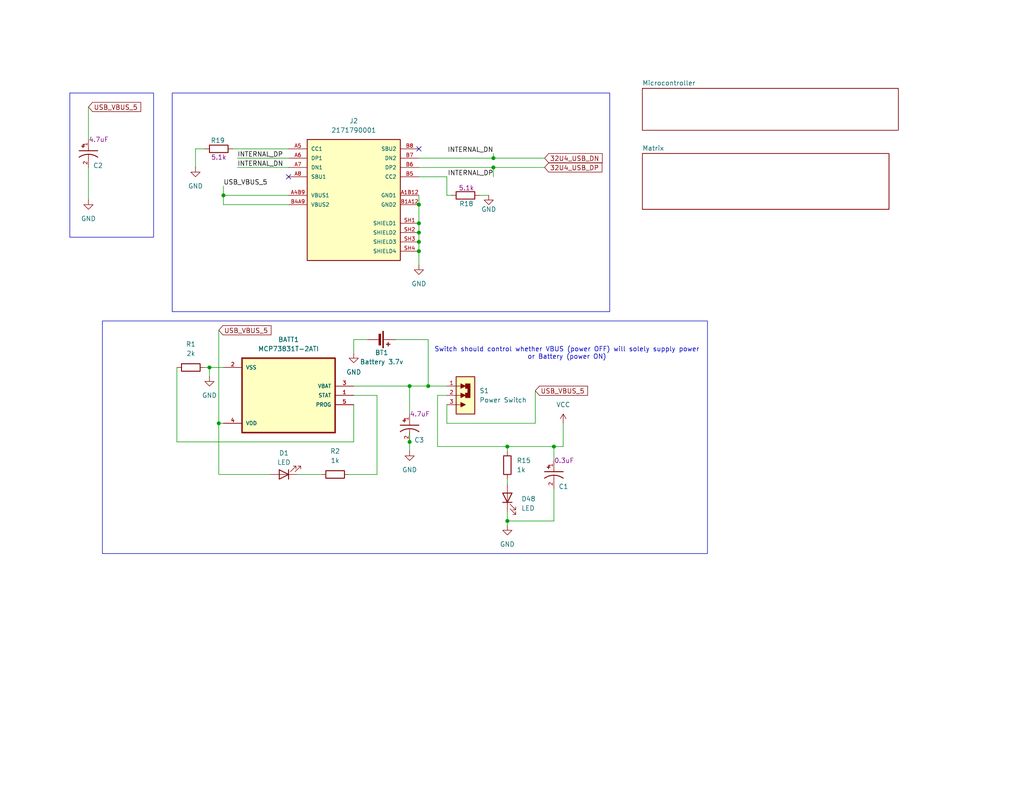
<source format=kicad_sch>
(kicad_sch
	(version 20231120)
	(generator "eeschema")
	(generator_version "8.0")
	(uuid "92a36e15-aca9-4417-b4dc-d59de22823a0")
	(paper "USLetter")
	(title_block
		(title "40% Keyboard Switch Matrix")
		(date "2024-03-30")
		(rev "4")
		(company "Luke Zambella")
	)
	(lib_symbols
		(symbol "Device:Battery_Cell"
			(pin_numbers hide)
			(pin_names
				(offset 0) hide)
			(exclude_from_sim no)
			(in_bom yes)
			(on_board yes)
			(property "Reference" "BT"
				(at 2.54 2.54 0)
				(effects
					(font
						(size 1.27 1.27)
					)
					(justify left)
				)
			)
			(property "Value" "Battery_Cell"
				(at 2.54 0 0)
				(effects
					(font
						(size 1.27 1.27)
					)
					(justify left)
				)
			)
			(property "Footprint" ""
				(at 0 1.524 90)
				(effects
					(font
						(size 1.27 1.27)
					)
					(hide yes)
				)
			)
			(property "Datasheet" "~"
				(at 0 1.524 90)
				(effects
					(font
						(size 1.27 1.27)
					)
					(hide yes)
				)
			)
			(property "Description" "Single-cell battery"
				(at 0 0 0)
				(effects
					(font
						(size 1.27 1.27)
					)
					(hide yes)
				)
			)
			(property "ki_keywords" "battery cell"
				(at 0 0 0)
				(effects
					(font
						(size 1.27 1.27)
					)
					(hide yes)
				)
			)
			(symbol "Battery_Cell_0_1"
				(rectangle
					(start -2.286 1.778)
					(end 2.286 1.524)
					(stroke
						(width 0)
						(type default)
					)
					(fill
						(type outline)
					)
				)
				(rectangle
					(start -1.524 1.016)
					(end 1.524 0.508)
					(stroke
						(width 0)
						(type default)
					)
					(fill
						(type outline)
					)
				)
				(polyline
					(pts
						(xy 0 0.762) (xy 0 0)
					)
					(stroke
						(width 0)
						(type default)
					)
					(fill
						(type none)
					)
				)
				(polyline
					(pts
						(xy 0 1.778) (xy 0 2.54)
					)
					(stroke
						(width 0)
						(type default)
					)
					(fill
						(type none)
					)
				)
				(polyline
					(pts
						(xy 0.762 3.048) (xy 1.778 3.048)
					)
					(stroke
						(width 0.254)
						(type default)
					)
					(fill
						(type none)
					)
				)
				(polyline
					(pts
						(xy 1.27 3.556) (xy 1.27 2.54)
					)
					(stroke
						(width 0.254)
						(type default)
					)
					(fill
						(type none)
					)
				)
			)
			(symbol "Battery_Cell_1_1"
				(pin passive line
					(at 0 5.08 270)
					(length 2.54)
					(name "+"
						(effects
							(font
								(size 1.27 1.27)
							)
						)
					)
					(number "1"
						(effects
							(font
								(size 1.27 1.27)
							)
						)
					)
				)
				(pin passive line
					(at 0 -2.54 90)
					(length 2.54)
					(name "-"
						(effects
							(font
								(size 1.27 1.27)
							)
						)
					)
					(number "2"
						(effects
							(font
								(size 1.27 1.27)
							)
						)
					)
				)
			)
		)
		(symbol "Device:LED"
			(pin_numbers hide)
			(pin_names
				(offset 1.016) hide)
			(exclude_from_sim no)
			(in_bom yes)
			(on_board yes)
			(property "Reference" "D"
				(at 0 2.54 0)
				(effects
					(font
						(size 1.27 1.27)
					)
				)
			)
			(property "Value" "LED"
				(at 0 -2.54 0)
				(effects
					(font
						(size 1.27 1.27)
					)
				)
			)
			(property "Footprint" ""
				(at 0 0 0)
				(effects
					(font
						(size 1.27 1.27)
					)
					(hide yes)
				)
			)
			(property "Datasheet" "~"
				(at 0 0 0)
				(effects
					(font
						(size 1.27 1.27)
					)
					(hide yes)
				)
			)
			(property "Description" "Light emitting diode"
				(at 0 0 0)
				(effects
					(font
						(size 1.27 1.27)
					)
					(hide yes)
				)
			)
			(property "ki_keywords" "LED diode"
				(at 0 0 0)
				(effects
					(font
						(size 1.27 1.27)
					)
					(hide yes)
				)
			)
			(property "ki_fp_filters" "LED* LED_SMD:* LED_THT:*"
				(at 0 0 0)
				(effects
					(font
						(size 1.27 1.27)
					)
					(hide yes)
				)
			)
			(symbol "LED_0_1"
				(polyline
					(pts
						(xy -1.27 -1.27) (xy -1.27 1.27)
					)
					(stroke
						(width 0.254)
						(type default)
					)
					(fill
						(type none)
					)
				)
				(polyline
					(pts
						(xy -1.27 0) (xy 1.27 0)
					)
					(stroke
						(width 0)
						(type default)
					)
					(fill
						(type none)
					)
				)
				(polyline
					(pts
						(xy 1.27 -1.27) (xy 1.27 1.27) (xy -1.27 0) (xy 1.27 -1.27)
					)
					(stroke
						(width 0.254)
						(type default)
					)
					(fill
						(type none)
					)
				)
				(polyline
					(pts
						(xy -3.048 -0.762) (xy -4.572 -2.286) (xy -3.81 -2.286) (xy -4.572 -2.286) (xy -4.572 -1.524)
					)
					(stroke
						(width 0)
						(type default)
					)
					(fill
						(type none)
					)
				)
				(polyline
					(pts
						(xy -1.778 -0.762) (xy -3.302 -2.286) (xy -2.54 -2.286) (xy -3.302 -2.286) (xy -3.302 -1.524)
					)
					(stroke
						(width 0)
						(type default)
					)
					(fill
						(type none)
					)
				)
			)
			(symbol "LED_1_1"
				(pin passive line
					(at -3.81 0 0)
					(length 2.54)
					(name "K"
						(effects
							(font
								(size 1.27 1.27)
							)
						)
					)
					(number "1"
						(effects
							(font
								(size 1.27 1.27)
							)
						)
					)
				)
				(pin passive line
					(at 3.81 0 180)
					(length 2.54)
					(name "A"
						(effects
							(font
								(size 1.27 1.27)
							)
						)
					)
					(number "2"
						(effects
							(font
								(size 1.27 1.27)
							)
						)
					)
				)
			)
		)
		(symbol "Device:R"
			(pin_numbers hide)
			(pin_names
				(offset 0)
			)
			(exclude_from_sim no)
			(in_bom yes)
			(on_board yes)
			(property "Reference" "R"
				(at 2.032 0 90)
				(effects
					(font
						(size 1.27 1.27)
					)
				)
			)
			(property "Value" "R"
				(at 0 0 90)
				(effects
					(font
						(size 1.27 1.27)
					)
				)
			)
			(property "Footprint" ""
				(at -1.778 0 90)
				(effects
					(font
						(size 1.27 1.27)
					)
					(hide yes)
				)
			)
			(property "Datasheet" "~"
				(at 0 0 0)
				(effects
					(font
						(size 1.27 1.27)
					)
					(hide yes)
				)
			)
			(property "Description" "Resistor"
				(at 0 0 0)
				(effects
					(font
						(size 1.27 1.27)
					)
					(hide yes)
				)
			)
			(property "ki_keywords" "R res resistor"
				(at 0 0 0)
				(effects
					(font
						(size 1.27 1.27)
					)
					(hide yes)
				)
			)
			(property "ki_fp_filters" "R_*"
				(at 0 0 0)
				(effects
					(font
						(size 1.27 1.27)
					)
					(hide yes)
				)
			)
			(symbol "R_0_1"
				(rectangle
					(start -1.016 -2.54)
					(end 1.016 2.54)
					(stroke
						(width 0.254)
						(type default)
					)
					(fill
						(type none)
					)
				)
			)
			(symbol "R_1_1"
				(pin passive line
					(at 0 3.81 270)
					(length 1.27)
					(name "~"
						(effects
							(font
								(size 1.27 1.27)
							)
						)
					)
					(number "1"
						(effects
							(font
								(size 1.27 1.27)
							)
						)
					)
				)
				(pin passive line
					(at 0 -3.81 90)
					(length 1.27)
					(name "~"
						(effects
							(font
								(size 1.27 1.27)
							)
						)
					)
					(number "2"
						(effects
							(font
								(size 1.27 1.27)
							)
						)
					)
				)
			)
		)
		(symbol "My Parts:2171790001"
			(pin_names
				(offset 1.016)
			)
			(exclude_from_sim no)
			(in_bom yes)
			(on_board yes)
			(property "Reference" "J"
				(at -12.7 16.002 0)
				(effects
					(font
						(size 1.27 1.27)
					)
					(justify left bottom)
				)
			)
			(property "Value" "2171790001"
				(at -12.7 -18.542 0)
				(effects
					(font
						(size 1.27 1.27)
					)
					(justify left top)
				)
			)
			(property "Footprint" "2171790001:MOLEX_2171790001"
				(at 0 0 0)
				(effects
					(font
						(size 1.27 1.27)
					)
					(justify bottom)
					(hide yes)
				)
			)
			(property "Datasheet" ""
				(at 0 0 0)
				(effects
					(font
						(size 1.27 1.27)
					)
					(hide yes)
				)
			)
			(property "Description" ""
				(at 0 0 0)
				(effects
					(font
						(size 1.27 1.27)
					)
					(hide yes)
				)
			)
			(property "MF" "Molex"
				(at 0 0 0)
				(effects
					(font
						(size 1.27 1.27)
					)
					(justify bottom)
					(hide yes)
				)
			)
			(property "MAXIMUM_PACKAGE_HEIGHT" "3.16 mm"
				(at 0 0 0)
				(effects
					(font
						(size 1.27 1.27)
					)
					(justify bottom)
					(hide yes)
				)
			)
			(property "Package" "None"
				(at 0 0 0)
				(effects
					(font
						(size 1.27 1.27)
					)
					(justify bottom)
					(hide yes)
				)
			)
			(property "Price" "None"
				(at 0 0 0)
				(effects
					(font
						(size 1.27 1.27)
					)
					(justify bottom)
					(hide yes)
				)
			)
			(property "Check_prices" "https://www.snapeda.com/parts/2171790001/Molex/view-part/?ref=eda"
				(at 0 0 0)
				(effects
					(font
						(size 1.27 1.27)
					)
					(justify bottom)
					(hide yes)
				)
			)
			(property "STANDARD" "Manufacturer Recommendations"
				(at 0 0 0)
				(effects
					(font
						(size 1.27 1.27)
					)
					(justify bottom)
					(hide yes)
				)
			)
			(property "PARTREV" "A1"
				(at 0 0 0)
				(effects
					(font
						(size 1.27 1.27)
					)
					(justify bottom)
					(hide yes)
				)
			)
			(property "SnapEDA_Link" "https://www.snapeda.com/parts/2171790001/Molex/view-part/?ref=snap"
				(at 0 0 0)
				(effects
					(font
						(size 1.27 1.27)
					)
					(justify bottom)
					(hide yes)
				)
			)
			(property "MP" "2171790001"
				(at 0 0 0)
				(effects
					(font
						(size 1.27 1.27)
					)
					(justify bottom)
					(hide yes)
				)
			)
			(property "Description_1" "\nUniversal Serial Bus (USB) Shielded I/O Receptacle, Type C, Right-Angle, Surface Mount, Top Mount, Single Row, 16 Circuits, Gold (Au) Plating\n"
				(at 0 0 0)
				(effects
					(font
						(size 1.27 1.27)
					)
					(justify bottom)
					(hide yes)
				)
			)
			(property "Availability" "In Stock"
				(at 0 0 0)
				(effects
					(font
						(size 1.27 1.27)
					)
					(justify bottom)
					(hide yes)
				)
			)
			(property "MANUFACTURER" "Molex"
				(at 0 0 0)
				(effects
					(font
						(size 1.27 1.27)
					)
					(justify bottom)
					(hide yes)
				)
			)
			(symbol "2171790001_0_0"
				(rectangle
					(start -12.7 -17.78)
					(end 12.7 15.24)
					(stroke
						(width 0.254)
						(type default)
					)
					(fill
						(type background)
					)
				)
				(pin power_in line
					(at 17.78 0 180)
					(length 5.08)
					(name "GND1"
						(effects
							(font
								(size 1.016 1.016)
							)
						)
					)
					(number "A1B12"
						(effects
							(font
								(size 1.016 1.016)
							)
						)
					)
				)
				(pin power_in line
					(at -17.78 0 0)
					(length 5.08)
					(name "VBUS1"
						(effects
							(font
								(size 1.016 1.016)
							)
						)
					)
					(number "A4B9"
						(effects
							(font
								(size 1.016 1.016)
							)
						)
					)
				)
				(pin bidirectional line
					(at -17.78 12.7 0)
					(length 5.08)
					(name "CC1"
						(effects
							(font
								(size 1.016 1.016)
							)
						)
					)
					(number "A5"
						(effects
							(font
								(size 1.016 1.016)
							)
						)
					)
				)
				(pin bidirectional line
					(at -17.78 10.16 0)
					(length 5.08)
					(name "DP1"
						(effects
							(font
								(size 1.016 1.016)
							)
						)
					)
					(number "A6"
						(effects
							(font
								(size 1.016 1.016)
							)
						)
					)
				)
				(pin bidirectional line
					(at -17.78 7.62 0)
					(length 5.08)
					(name "DN1"
						(effects
							(font
								(size 1.016 1.016)
							)
						)
					)
					(number "A7"
						(effects
							(font
								(size 1.016 1.016)
							)
						)
					)
				)
				(pin bidirectional line
					(at -17.78 5.08 0)
					(length 5.08)
					(name "SBU1"
						(effects
							(font
								(size 1.016 1.016)
							)
						)
					)
					(number "A8"
						(effects
							(font
								(size 1.016 1.016)
							)
						)
					)
				)
				(pin power_in line
					(at 17.78 -2.54 180)
					(length 5.08)
					(name "GND2"
						(effects
							(font
								(size 1.016 1.016)
							)
						)
					)
					(number "B1A12"
						(effects
							(font
								(size 1.016 1.016)
							)
						)
					)
				)
				(pin power_in line
					(at -17.78 -2.54 0)
					(length 5.08)
					(name "VBUS2"
						(effects
							(font
								(size 1.016 1.016)
							)
						)
					)
					(number "B4A9"
						(effects
							(font
								(size 1.016 1.016)
							)
						)
					)
				)
				(pin bidirectional line
					(at 17.78 5.08 180)
					(length 5.08)
					(name "CC2"
						(effects
							(font
								(size 1.016 1.016)
							)
						)
					)
					(number "B5"
						(effects
							(font
								(size 1.016 1.016)
							)
						)
					)
				)
				(pin bidirectional line
					(at 17.78 7.62 180)
					(length 5.08)
					(name "DP2"
						(effects
							(font
								(size 1.016 1.016)
							)
						)
					)
					(number "B6"
						(effects
							(font
								(size 1.016 1.016)
							)
						)
					)
				)
				(pin bidirectional line
					(at 17.78 10.16 180)
					(length 5.08)
					(name "DN2"
						(effects
							(font
								(size 1.016 1.016)
							)
						)
					)
					(number "B7"
						(effects
							(font
								(size 1.016 1.016)
							)
						)
					)
				)
				(pin bidirectional line
					(at 17.78 12.7 180)
					(length 5.08)
					(name "SBU2"
						(effects
							(font
								(size 1.016 1.016)
							)
						)
					)
					(number "B8"
						(effects
							(font
								(size 1.016 1.016)
							)
						)
					)
				)
				(pin passive line
					(at 17.78 -7.62 180)
					(length 5.08)
					(name "SHIELD1"
						(effects
							(font
								(size 1.016 1.016)
							)
						)
					)
					(number "SH1"
						(effects
							(font
								(size 1.016 1.016)
							)
						)
					)
				)
				(pin passive line
					(at 17.78 -10.16 180)
					(length 5.08)
					(name "SHIELD2"
						(effects
							(font
								(size 1.016 1.016)
							)
						)
					)
					(number "SH2"
						(effects
							(font
								(size 1.016 1.016)
							)
						)
					)
				)
				(pin passive line
					(at 17.78 -12.7 180)
					(length 5.08)
					(name "SHIELD3"
						(effects
							(font
								(size 1.016 1.016)
							)
						)
					)
					(number "SH3"
						(effects
							(font
								(size 1.016 1.016)
							)
						)
					)
				)
				(pin passive line
					(at 17.78 -15.24 180)
					(length 5.08)
					(name "SHIELD4"
						(effects
							(font
								(size 1.016 1.016)
							)
						)
					)
					(number "SH4"
						(effects
							(font
								(size 1.016 1.016)
							)
						)
					)
				)
			)
		)
		(symbol "Project:EEEFK1H220P"
			(pin_names
				(offset 1.016)
			)
			(exclude_from_sim no)
			(in_bom yes)
			(on_board yes)
			(property "Reference" "C"
				(at -2.54 3.81 0)
				(effects
					(font
						(size 1.27 1.27)
					)
					(justify left bottom)
				)
			)
			(property "Value" "EEEFK1H220P"
				(at -2.54 -5.08 0)
				(effects
					(font
						(size 1.27 1.27)
					)
					(justify left bottom)
				)
			)
			(property "Footprint" "EEEFK1H220P:CAP_EEEFK1H220P"
				(at 0 0 0)
				(effects
					(font
						(size 1.27 1.27)
					)
					(justify bottom)
					(hide yes)
				)
			)
			(property "Datasheet" ""
				(at 0 0 0)
				(effects
					(font
						(size 1.27 1.27)
					)
					(hide yes)
				)
			)
			(property "Description" ""
				(at 0 0 0)
				(effects
					(font
						(size 1.27 1.27)
					)
					(hide yes)
				)
			)
			(property "MF" "Panasonic Electronic"
				(at 0 0 0)
				(effects
					(font
						(size 1.27 1.27)
					)
					(justify bottom)
					(hide yes)
				)
			)
			(property "MAXIMUM_PACKAGE_HEIGHT" "5.8mm"
				(at 0 0 0)
				(effects
					(font
						(size 1.27 1.27)
					)
					(justify bottom)
					(hide yes)
				)
			)
			(property "Package" "RADIAL-2 Panasonic"
				(at 0 0 0)
				(effects
					(font
						(size 1.27 1.27)
					)
					(justify bottom)
					(hide yes)
				)
			)
			(property "Price" "None"
				(at 0 0 0)
				(effects
					(font
						(size 1.27 1.27)
					)
					(justify bottom)
					(hide yes)
				)
			)
			(property "Check_prices" "https://www.snapeda.com/parts/EEE-FK1H220P/Panasonic+Electronic+Components/view-part/?ref=eda"
				(at 0 0 0)
				(effects
					(font
						(size 1.27 1.27)
					)
					(justify bottom)
					(hide yes)
				)
			)
			(property "STANDARD" "Manufacturer Recommendations"
				(at 0 0 0)
				(effects
					(font
						(size 1.27 1.27)
					)
					(justify bottom)
					(hide yes)
				)
			)
			(property "PARTREV" "10-Oct-19"
				(at 0 0 0)
				(effects
					(font
						(size 1.27 1.27)
					)
					(justify bottom)
					(hide yes)
				)
			)
			(property "SnapEDA_Link" "https://www.snapeda.com/parts/EEE-FK1H220P/Panasonic+Electronic+Components/view-part/?ref=snap"
				(at 0 0 0)
				(effects
					(font
						(size 1.27 1.27)
					)
					(justify bottom)
					(hide yes)
				)
			)
			(property "MP" "EEE-FK1H220P"
				(at 0 0 0)
				(effects
					(font
						(size 1.27 1.27)
					)
					(justify bottom)
					(hide yes)
				)
			)
			(property "Description_1" "\nElectrolytic capacitor SMD 22 µF 50 V 20 % (Ø) 6.3 mm Panasonic EEE-FK1H220P 1 pc(s)\n"
				(at 0 0 0)
				(effects
					(font
						(size 1.27 1.27)
					)
					(justify bottom)
					(hide yes)
				)
			)
			(property "Availability" "In Stock"
				(at 0 0 0)
				(effects
					(font
						(size 1.27 1.27)
					)
					(justify bottom)
					(hide yes)
				)
			)
			(property "MANUFACTURER" "Panasonic"
				(at 0 0 0)
				(effects
					(font
						(size 1.27 1.27)
					)
					(justify bottom)
					(hide yes)
				)
			)
			(symbol "EEEFK1H220P_0_0"
				(rectangle
					(start -1.173 -1.532)
					(end -0.284 -1.405)
					(stroke
						(width 0.1)
						(type default)
					)
					(fill
						(type outline)
					)
				)
				(rectangle
					(start -0.792 -1.913)
					(end -0.665 -1.024)
					(stroke
						(width 0.1)
						(type default)
					)
					(fill
						(type outline)
					)
				)
				(polyline
					(pts
						(xy 0 0) (xy 0.508 0)
					)
					(stroke
						(width 0.1524)
						(type default)
					)
					(fill
						(type none)
					)
				)
				(polyline
					(pts
						(xy 0.508 0) (xy 0.508 -2.54)
					)
					(stroke
						(width 0.254)
						(type default)
					)
					(fill
						(type none)
					)
				)
				(polyline
					(pts
						(xy 0.508 2.54) (xy 0.508 0)
					)
					(stroke
						(width 0.254)
						(type default)
					)
					(fill
						(type none)
					)
				)
				(polyline
					(pts
						(xy 2.54 0) (xy 1.524 0)
					)
					(stroke
						(width 0.1524)
						(type default)
					)
					(fill
						(type none)
					)
				)
				(arc
					(start 2.286 2.54)
					(mid 1.4851 0)
					(end 2.286 -2.54)
					(stroke
						(width 0.254)
						(type default)
					)
					(fill
						(type none)
					)
				)
				(pin passive line
					(at -2.54 0 0)
					(length 2.54)
					(name "~"
						(effects
							(font
								(size 1.016 1.016)
							)
						)
					)
					(number "1"
						(effects
							(font
								(size 1.016 1.016)
							)
						)
					)
				)
				(pin passive line
					(at 5.08 0 180)
					(length 2.54)
					(name "~"
						(effects
							(font
								(size 1.016 1.016)
							)
						)
					)
					(number "2"
						(effects
							(font
								(size 1.016 1.016)
							)
						)
					)
				)
			)
		)
		(symbol "Project:EG1218"
			(pin_names
				(offset 1.016)
			)
			(exclude_from_sim no)
			(in_bom yes)
			(on_board yes)
			(property "Reference" "S"
				(at -5.08 5.842 0)
				(effects
					(font
						(size 1.27 1.27)
					)
					(justify left bottom)
				)
			)
			(property "Value" "EG1218"
				(at -5.08 -7.62 0)
				(effects
					(font
						(size 1.27 1.27)
					)
					(justify left bottom)
				)
			)
			(property "Footprint" "EG1218:SW_EG1218"
				(at 0 0 0)
				(effects
					(font
						(size 1.27 1.27)
					)
					(justify bottom)
					(hide yes)
				)
			)
			(property "Datasheet" ""
				(at 0 0 0)
				(effects
					(font
						(size 1.27 1.27)
					)
					(hide yes)
				)
			)
			(property "Description" "Slide Switch SPDT Through Hole"
				(at 0 0 0)
				(effects
					(font
						(size 1.27 1.27)
					)
					(justify bottom)
					(hide yes)
				)
			)
			(property "MF" "E-Switch"
				(at 0 0 0)
				(effects
					(font
						(size 1.27 1.27)
					)
					(justify bottom)
					(hide yes)
				)
			)
			(property "PACKAGE" "None"
				(at 0 0 0)
				(effects
					(font
						(size 1.27 1.27)
					)
					(justify bottom)
					(hide yes)
				)
			)
			(property "PRICE" "None"
				(at 0 0 0)
				(effects
					(font
						(size 1.27 1.27)
					)
					(justify bottom)
					(hide yes)
				)
			)
			(property "Package" "None"
				(at 0 0 0)
				(effects
					(font
						(size 1.27 1.27)
					)
					(justify bottom)
					(hide yes)
				)
			)
			(property "Check_prices" "https://www.snapeda.com/parts/EG1218/E-Switch/view-part/?ref=eda"
				(at 0 0 0)
				(effects
					(font
						(size 1.27 1.27)
					)
					(justify bottom)
					(hide yes)
				)
			)
			(property "Price" "None"
				(at 0 0 0)
				(effects
					(font
						(size 1.27 1.27)
					)
					(justify bottom)
					(hide yes)
				)
			)
			(property "SnapEDA_Link" "https://www.snapeda.com/parts/EG1218/E-Switch/view-part/?ref=snap"
				(at 0 0 0)
				(effects
					(font
						(size 1.27 1.27)
					)
					(justify bottom)
					(hide yes)
				)
			)
			(property "MP" "EG1218"
				(at 0 0 0)
				(effects
					(font
						(size 1.27 1.27)
					)
					(justify bottom)
					(hide yes)
				)
			)
			(property "Description_1" "\nSlide Switch, EG Series, SPDT, Non-Shorting, ON-ON, 200mA DC, 30VDC, PC Pin | E-Switch EG1218\n"
				(at 0 0 0)
				(effects
					(font
						(size 1.27 1.27)
					)
					(justify bottom)
					(hide yes)
				)
			)
			(property "Availability" "In Stock"
				(at 0 0 0)
				(effects
					(font
						(size 1.27 1.27)
					)
					(justify bottom)
					(hide yes)
				)
			)
			(property "AVAILABILITY" "In Stock"
				(at 0 0 0)
				(effects
					(font
						(size 1.27 1.27)
					)
					(justify bottom)
					(hide yes)
				)
			)
			(property "PURCHASE-URL" "https://pricing.snapeda.com/search/part/EG1218/?ref=eda"
				(at 0 0 0)
				(effects
					(font
						(size 1.27 1.27)
					)
					(justify bottom)
					(hide yes)
				)
			)
			(symbol "EG1218_0_0"
				(rectangle
					(start -2.54 -5.08)
					(end 2.54 5.08)
					(stroke
						(width 0.254)
						(type default)
					)
					(fill
						(type background)
					)
				)
				(polyline
					(pts
						(xy -2.54 -2.54) (xy -1.27 -2.54)
					)
					(stroke
						(width 0.1524)
						(type default)
					)
					(fill
						(type none)
					)
				)
				(polyline
					(pts
						(xy -2.54 0) (xy -1.27 0)
					)
					(stroke
						(width 0.1524)
						(type default)
					)
					(fill
						(type none)
					)
				)
				(polyline
					(pts
						(xy -2.54 2.54) (xy -1.27 2.54)
					)
					(stroke
						(width 0.1524)
						(type default)
					)
					(fill
						(type none)
					)
				)
				(polyline
					(pts
						(xy -1.27 -1.905) (xy -1.27 -3.175) (xy 0 -2.54) (xy -1.27 -1.905)
					)
					(stroke
						(width 0.1524)
						(type default)
					)
					(fill
						(type outline)
					)
				)
				(polyline
					(pts
						(xy -1.27 0.635) (xy -1.27 -0.635) (xy 0 0) (xy -1.27 0.635)
					)
					(stroke
						(width 0.1524)
						(type default)
					)
					(fill
						(type outline)
					)
				)
				(polyline
					(pts
						(xy -1.27 3.175) (xy -1.27 1.905) (xy 0 2.54) (xy -1.27 3.175)
					)
					(stroke
						(width 0.1524)
						(type default)
					)
					(fill
						(type outline)
					)
				)
				(polyline
					(pts
						(xy 0 1.905) (xy 0 3.175) (xy 1.27 3.175) (xy 1.27 -0.635) (xy 0 -0.635) (xy 0 0.635) (xy 0.635 0.635)
						(xy 0.635 1.905) (xy 0 1.905)
					)
					(stroke
						(width 0.1524)
						(type default)
					)
					(fill
						(type outline)
					)
				)
				(pin passive line
					(at -5.08 2.54 0)
					(length 2.54)
					(name "~"
						(effects
							(font
								(size 1.016 1.016)
							)
						)
					)
					(number "1"
						(effects
							(font
								(size 1.016 1.016)
							)
						)
					)
				)
				(pin passive line
					(at -5.08 0 0)
					(length 2.54)
					(name "~"
						(effects
							(font
								(size 1.016 1.016)
							)
						)
					)
					(number "2"
						(effects
							(font
								(size 1.016 1.016)
							)
						)
					)
				)
				(pin passive line
					(at -5.08 -2.54 0)
					(length 2.54)
					(name "~"
						(effects
							(font
								(size 1.016 1.016)
							)
						)
					)
					(number "3"
						(effects
							(font
								(size 1.016 1.016)
							)
						)
					)
				)
			)
		)
		(symbol "Project:MCP73831T-2ATI_OT"
			(pin_names
				(offset 1.016)
			)
			(exclude_from_sim no)
			(in_bom yes)
			(on_board yes)
			(property "Reference" "U"
				(at -12.7 11.16 0)
				(effects
					(font
						(size 1.27 1.27)
					)
					(justify left bottom)
				)
			)
			(property "Value" "MCP73831T-2ATI_OT"
				(at -12.7 -14.16 0)
				(effects
					(font
						(size 1.27 1.27)
					)
					(justify left bottom)
				)
			)
			(property "Footprint" "MCP73831T-2ATI_OT:SOT95P280X145-5N"
				(at 0 0 0)
				(effects
					(font
						(size 1.27 1.27)
					)
					(justify bottom)
					(hide yes)
				)
			)
			(property "Datasheet" ""
				(at 0 0 0)
				(effects
					(font
						(size 1.27 1.27)
					)
					(hide yes)
				)
			)
			(property "Description" ""
				(at 0 0 0)
				(effects
					(font
						(size 1.27 1.27)
					)
					(hide yes)
				)
			)
			(property "MF" "Microchip Technology"
				(at 0 0 0)
				(effects
					(font
						(size 1.27 1.27)
					)
					(justify bottom)
					(hide yes)
				)
			)
			(property "Description_1" "\nMicrochip MCP73831T-2ATI/OT, Battery Charge Controller, 500mA, 5-Pin SOT-23 | Microchip Technology Inc. MCP73831T-2ATI/OT\n"
				(at 0 0 0)
				(effects
					(font
						(size 1.27 1.27)
					)
					(justify bottom)
					(hide yes)
				)
			)
			(property "Package" "SOT-23 Microchip"
				(at 0 0 0)
				(effects
					(font
						(size 1.27 1.27)
					)
					(justify bottom)
					(hide yes)
				)
			)
			(property "Price" "None"
				(at 0 0 0)
				(effects
					(font
						(size 1.27 1.27)
					)
					(justify bottom)
					(hide yes)
				)
			)
			(property "SnapEDA_Link" "https://www.snapeda.com/parts/MCP73831T-2ATI/OT/Microchip/view-part/?ref=snap"
				(at 0 0 0)
				(effects
					(font
						(size 1.27 1.27)
					)
					(justify bottom)
					(hide yes)
				)
			)
			(property "MP" "MCP73831T-2ATI/OT"
				(at 0 0 0)
				(effects
					(font
						(size 1.27 1.27)
					)
					(justify bottom)
					(hide yes)
				)
			)
			(property "Availability" "In Stock"
				(at 0 0 0)
				(effects
					(font
						(size 1.27 1.27)
					)
					(justify bottom)
					(hide yes)
				)
			)
			(property "Check_prices" "https://www.snapeda.com/parts/MCP73831T-2ATI/OT/Microchip/view-part/?ref=eda"
				(at 0 0 0)
				(effects
					(font
						(size 1.27 1.27)
					)
					(justify bottom)
					(hide yes)
				)
			)
			(symbol "MCP73831T-2ATI_OT_0_0"
				(rectangle
					(start -12.7 -10.16)
					(end 12.7 10.16)
					(stroke
						(width 0.41)
						(type default)
					)
					(fill
						(type background)
					)
				)
				(pin input line
					(at -17.78 0 0)
					(length 5.08)
					(name "STAT"
						(effects
							(font
								(size 1.016 1.016)
							)
						)
					)
					(number "1"
						(effects
							(font
								(size 1.016 1.016)
							)
						)
					)
				)
				(pin power_in line
					(at 17.78 -7.62 180)
					(length 5.08)
					(name "VSS"
						(effects
							(font
								(size 1.016 1.016)
							)
						)
					)
					(number "2"
						(effects
							(font
								(size 1.016 1.016)
							)
						)
					)
				)
				(pin input line
					(at -17.78 -2.54 0)
					(length 5.08)
					(name "VBAT"
						(effects
							(font
								(size 1.016 1.016)
							)
						)
					)
					(number "3"
						(effects
							(font
								(size 1.016 1.016)
							)
						)
					)
				)
				(pin power_in line
					(at 17.78 7.62 180)
					(length 5.08)
					(name "VDD"
						(effects
							(font
								(size 1.016 1.016)
							)
						)
					)
					(number "4"
						(effects
							(font
								(size 1.016 1.016)
							)
						)
					)
				)
				(pin input line
					(at -17.78 2.54 0)
					(length 5.08)
					(name "PROG"
						(effects
							(font
								(size 1.016 1.016)
							)
						)
					)
					(number "5"
						(effects
							(font
								(size 1.016 1.016)
							)
						)
					)
				)
			)
		)
		(symbol "power:GND"
			(power)
			(pin_numbers hide)
			(pin_names
				(offset 0) hide)
			(exclude_from_sim no)
			(in_bom yes)
			(on_board yes)
			(property "Reference" "#PWR"
				(at 0 -6.35 0)
				(effects
					(font
						(size 1.27 1.27)
					)
					(hide yes)
				)
			)
			(property "Value" "GND"
				(at 0 -3.81 0)
				(effects
					(font
						(size 1.27 1.27)
					)
				)
			)
			(property "Footprint" ""
				(at 0 0 0)
				(effects
					(font
						(size 1.27 1.27)
					)
					(hide yes)
				)
			)
			(property "Datasheet" ""
				(at 0 0 0)
				(effects
					(font
						(size 1.27 1.27)
					)
					(hide yes)
				)
			)
			(property "Description" "Power symbol creates a global label with name \"GND\" , ground"
				(at 0 0 0)
				(effects
					(font
						(size 1.27 1.27)
					)
					(hide yes)
				)
			)
			(property "ki_keywords" "global power"
				(at 0 0 0)
				(effects
					(font
						(size 1.27 1.27)
					)
					(hide yes)
				)
			)
			(symbol "GND_0_1"
				(polyline
					(pts
						(xy 0 0) (xy 0 -1.27) (xy 1.27 -1.27) (xy 0 -2.54) (xy -1.27 -1.27) (xy 0 -1.27)
					)
					(stroke
						(width 0)
						(type default)
					)
					(fill
						(type none)
					)
				)
			)
			(symbol "GND_1_1"
				(pin power_in line
					(at 0 0 270)
					(length 0)
					(name "~"
						(effects
							(font
								(size 1.27 1.27)
							)
						)
					)
					(number "1"
						(effects
							(font
								(size 1.27 1.27)
							)
						)
					)
				)
			)
		)
		(symbol "power:VCC"
			(power)
			(pin_numbers hide)
			(pin_names
				(offset 0) hide)
			(exclude_from_sim no)
			(in_bom yes)
			(on_board yes)
			(property "Reference" "#PWR"
				(at 0 -3.81 0)
				(effects
					(font
						(size 1.27 1.27)
					)
					(hide yes)
				)
			)
			(property "Value" "VCC"
				(at 0 3.556 0)
				(effects
					(font
						(size 1.27 1.27)
					)
				)
			)
			(property "Footprint" ""
				(at 0 0 0)
				(effects
					(font
						(size 1.27 1.27)
					)
					(hide yes)
				)
			)
			(property "Datasheet" ""
				(at 0 0 0)
				(effects
					(font
						(size 1.27 1.27)
					)
					(hide yes)
				)
			)
			(property "Description" "Power symbol creates a global label with name \"VCC\""
				(at 0 0 0)
				(effects
					(font
						(size 1.27 1.27)
					)
					(hide yes)
				)
			)
			(property "ki_keywords" "global power"
				(at 0 0 0)
				(effects
					(font
						(size 1.27 1.27)
					)
					(hide yes)
				)
			)
			(symbol "VCC_0_1"
				(polyline
					(pts
						(xy -0.762 1.27) (xy 0 2.54)
					)
					(stroke
						(width 0)
						(type default)
					)
					(fill
						(type none)
					)
				)
				(polyline
					(pts
						(xy 0 0) (xy 0 2.54)
					)
					(stroke
						(width 0)
						(type default)
					)
					(fill
						(type none)
					)
				)
				(polyline
					(pts
						(xy 0 2.54) (xy 0.762 1.27)
					)
					(stroke
						(width 0)
						(type default)
					)
					(fill
						(type none)
					)
				)
			)
			(symbol "VCC_1_1"
				(pin power_in line
					(at 0 0 90)
					(length 0)
					(name "~"
						(effects
							(font
								(size 1.27 1.27)
							)
						)
					)
					(number "1"
						(effects
							(font
								(size 1.27 1.27)
							)
						)
					)
				)
			)
		)
	)
	(junction
		(at 114.3 68.58)
		(diameter 0)
		(color 0 0 0 0)
		(uuid "061cb808-2c8c-4deb-845a-30779397ae23")
	)
	(junction
		(at 138.43 142.24)
		(diameter 0)
		(color 0 0 0 0)
		(uuid "1100ef2f-180a-494b-8804-0e23ba628f61")
	)
	(junction
		(at 60.96 53.34)
		(diameter 0)
		(color 0 0 0 0)
		(uuid "19405097-e0d8-44d4-bddb-823f6e2d10bb")
	)
	(junction
		(at 59.69 115.57)
		(diameter 0)
		(color 0 0 0 0)
		(uuid "3487859c-7b10-42be-bc80-9fbd5c569da4")
	)
	(junction
		(at 111.76 120.65)
		(diameter 0)
		(color 0 0 0 0)
		(uuid "3ae531d2-26f7-4228-9c44-d0f01040c20f")
	)
	(junction
		(at 116.84 105.41)
		(diameter 0)
		(color 0 0 0 0)
		(uuid "3c549e6d-7c01-4157-aa9c-525c9b93f31d")
	)
	(junction
		(at 114.3 66.04)
		(diameter 0)
		(color 0 0 0 0)
		(uuid "5784cc1d-ef9e-4e73-828c-f8aef220e5b9")
	)
	(junction
		(at 114.3 55.88)
		(diameter 0)
		(color 0 0 0 0)
		(uuid "5a76af20-315c-4835-b430-7a024d7a4a8c")
	)
	(junction
		(at 151.13 121.92)
		(diameter 0)
		(color 0 0 0 0)
		(uuid "63db3232-c299-4d9a-b461-fbab35e5546b")
	)
	(junction
		(at 114.3 63.5)
		(diameter 0)
		(color 0 0 0 0)
		(uuid "6844b5ad-462b-40f6-8275-80af7a67f59b")
	)
	(junction
		(at 114.3 60.96)
		(diameter 0)
		(color 0 0 0 0)
		(uuid "6e350bf7-f63b-483c-92e0-0d971e6fdf7b")
	)
	(junction
		(at 111.76 105.41)
		(diameter 0)
		(color 0 0 0 0)
		(uuid "78d7aa42-27a3-4743-8157-7de75c74bace")
	)
	(junction
		(at 134.62 43.18)
		(diameter 0)
		(color 0 0 0 0)
		(uuid "a0619cf0-8c65-4a4d-89e5-2fb85e9835df")
	)
	(junction
		(at 134.62 45.72)
		(diameter 0)
		(color 0 0 0 0)
		(uuid "b3ff0bde-2f35-4299-944e-cf75a10374de")
	)
	(junction
		(at 138.43 121.92)
		(diameter 0)
		(color 0 0 0 0)
		(uuid "d4837147-9cf2-4501-996e-bdc86ec862e6")
	)
	(junction
		(at 57.15 100.33)
		(diameter 0)
		(color 0 0 0 0)
		(uuid "e81d453c-86c8-4076-8c78-dfc7a37f2f33")
	)
	(no_connect
		(at 78.74 48.26)
		(uuid "22d5bc10-a135-4a72-b71d-14dfd33d9b1b")
	)
	(no_connect
		(at 114.3 40.64)
		(uuid "459a993f-2d97-44ab-aefd-11d8af4ec7f7")
	)
	(wire
		(pts
			(xy 59.69 115.57) (xy 60.96 115.57)
		)
		(stroke
			(width 0)
			(type default)
		)
		(uuid "02051844-3435-4ece-a178-2f8d3926d789")
	)
	(wire
		(pts
			(xy 48.26 120.65) (xy 48.26 100.33)
		)
		(stroke
			(width 0)
			(type default)
		)
		(uuid "0338f846-c6d5-4d67-824a-ae66b3b81852")
	)
	(wire
		(pts
			(xy 48.26 120.65) (xy 96.52 120.65)
		)
		(stroke
			(width 0)
			(type default)
		)
		(uuid "05022412-c9bf-41b6-8813-956a8335f5b1")
	)
	(wire
		(pts
			(xy 138.43 123.19) (xy 138.43 121.92)
		)
		(stroke
			(width 0)
			(type default)
		)
		(uuid "09995327-689a-4630-a1a5-20b256e438ae")
	)
	(wire
		(pts
			(xy 121.92 110.49) (xy 121.92 115.57)
		)
		(stroke
			(width 0)
			(type default)
		)
		(uuid "0bb64878-0dc0-40bc-ae60-d942ec32012a")
	)
	(wire
		(pts
			(xy 121.92 48.26) (xy 121.92 53.34)
		)
		(stroke
			(width 0)
			(type default)
		)
		(uuid "17f7676c-6a2e-4d0e-8b69-9c1d0037b061")
	)
	(wire
		(pts
			(xy 138.43 121.92) (xy 151.13 121.92)
		)
		(stroke
			(width 0)
			(type default)
		)
		(uuid "1d76bc12-9450-48a1-8123-4dabdefe7d40")
	)
	(wire
		(pts
			(xy 111.76 120.65) (xy 111.76 118.11)
		)
		(stroke
			(width 0)
			(type default)
		)
		(uuid "2df9da29-78fd-4dcf-a8fd-52627c402284")
	)
	(wire
		(pts
			(xy 24.13 45.72) (xy 24.13 54.61)
		)
		(stroke
			(width 0)
			(type default)
		)
		(uuid "2f1c6b56-34de-4b49-9d22-d7a45f2ccd6e")
	)
	(wire
		(pts
			(xy 55.88 100.33) (xy 57.15 100.33)
		)
		(stroke
			(width 0)
			(type default)
		)
		(uuid "30526688-4683-4cb2-a3c4-8d5fde084a5e")
	)
	(wire
		(pts
			(xy 57.15 100.33) (xy 57.15 102.87)
		)
		(stroke
			(width 0)
			(type default)
		)
		(uuid "329c467b-71f0-4a93-84f3-d713c873bb0b")
	)
	(wire
		(pts
			(xy 59.69 115.57) (xy 59.69 129.54)
		)
		(stroke
			(width 0)
			(type default)
		)
		(uuid "3a811d6f-0946-4cf8-8927-373b38d77c68")
	)
	(wire
		(pts
			(xy 138.43 139.7) (xy 138.43 142.24)
		)
		(stroke
			(width 0)
			(type default)
		)
		(uuid "3e261d55-2a7c-493a-88dc-5be2127dabf4")
	)
	(wire
		(pts
			(xy 95.25 129.54) (xy 102.87 129.54)
		)
		(stroke
			(width 0)
			(type default)
		)
		(uuid "3fa8ee20-b16c-47d6-b05f-610f3ee056de")
	)
	(wire
		(pts
			(xy 111.76 105.41) (xy 111.76 113.03)
		)
		(stroke
			(width 0)
			(type default)
		)
		(uuid "478575eb-9a53-4baa-b5a2-9cd5d28f17c3")
	)
	(wire
		(pts
			(xy 134.62 45.72) (xy 148.59 45.72)
		)
		(stroke
			(width 0)
			(type default)
		)
		(uuid "4eef081a-ceac-451d-9d08-33521d512857")
	)
	(wire
		(pts
			(xy 151.13 121.92) (xy 151.13 125.73)
		)
		(stroke
			(width 0)
			(type default)
		)
		(uuid "58e3719a-e59c-4a56-9c51-989d4474601a")
	)
	(wire
		(pts
			(xy 153.67 121.92) (xy 153.67 115.57)
		)
		(stroke
			(width 0)
			(type default)
		)
		(uuid "5ba0e78a-8b2d-47c1-a335-0f1739dba4fb")
	)
	(wire
		(pts
			(xy 96.52 105.41) (xy 111.76 105.41)
		)
		(stroke
			(width 0)
			(type default)
		)
		(uuid "5fc4e570-7806-4158-9791-1e2ce7db81f1")
	)
	(wire
		(pts
			(xy 114.3 63.5) (xy 114.3 66.04)
		)
		(stroke
			(width 0)
			(type default)
		)
		(uuid "772762b9-1ab0-4928-a24a-c10d499900f8")
	)
	(wire
		(pts
			(xy 138.43 130.81) (xy 138.43 132.08)
		)
		(stroke
			(width 0)
			(type default)
		)
		(uuid "77be6606-d960-4d55-80ff-218a1bcde7bf")
	)
	(wire
		(pts
			(xy 114.3 43.18) (xy 134.62 43.18)
		)
		(stroke
			(width 0)
			(type default)
		)
		(uuid "7d049e1e-faef-466d-96fe-e455ede5eac3")
	)
	(wire
		(pts
			(xy 55.88 40.64) (xy 53.34 40.64)
		)
		(stroke
			(width 0)
			(type default)
		)
		(uuid "7ded6da8-bc5a-4dfa-bb70-ebcfeba7f2c6")
	)
	(wire
		(pts
			(xy 130.81 53.34) (xy 133.35 53.34)
		)
		(stroke
			(width 0)
			(type default)
		)
		(uuid "7e33ace5-7b89-40ef-88f9-0f178c2270c3")
	)
	(wire
		(pts
			(xy 59.69 90.17) (xy 59.69 115.57)
		)
		(stroke
			(width 0)
			(type default)
		)
		(uuid "848cca1d-a669-47d7-867b-045a3ddbf8a3")
	)
	(wire
		(pts
			(xy 138.43 142.24) (xy 138.43 143.51)
		)
		(stroke
			(width 0)
			(type default)
		)
		(uuid "85368089-2e3f-43db-8784-67ea75a30a1a")
	)
	(wire
		(pts
			(xy 96.52 92.71) (xy 100.33 92.71)
		)
		(stroke
			(width 0)
			(type default)
		)
		(uuid "86814633-f062-4861-8e48-5c22727370d6")
	)
	(wire
		(pts
			(xy 151.13 121.92) (xy 153.67 121.92)
		)
		(stroke
			(width 0)
			(type default)
		)
		(uuid "8e5f67e4-9fa0-4b42-84ec-32ce9928a59f")
	)
	(wire
		(pts
			(xy 107.95 92.71) (xy 116.84 92.71)
		)
		(stroke
			(width 0)
			(type default)
		)
		(uuid "8f5b60dd-9647-4ffc-83a2-cc1c4be921b7")
	)
	(wire
		(pts
			(xy 134.62 41.91) (xy 134.62 43.18)
		)
		(stroke
			(width 0)
			(type default)
		)
		(uuid "9030654b-d315-4848-bb07-91454a895e83")
	)
	(wire
		(pts
			(xy 59.69 129.54) (xy 73.66 129.54)
		)
		(stroke
			(width 0)
			(type default)
		)
		(uuid "978618a1-3529-4efa-b99d-16f13d37406e")
	)
	(wire
		(pts
			(xy 114.3 45.72) (xy 134.62 45.72)
		)
		(stroke
			(width 0)
			(type default)
		)
		(uuid "97fb2cb9-1806-4a3a-a9b8-68a88841ce24")
	)
	(wire
		(pts
			(xy 111.76 120.65) (xy 111.76 123.19)
		)
		(stroke
			(width 0)
			(type default)
		)
		(uuid "98f14a05-c055-4b93-9a66-0ca864a9d1dc")
	)
	(wire
		(pts
			(xy 151.13 133.35) (xy 151.13 142.24)
		)
		(stroke
			(width 0)
			(type default)
		)
		(uuid "9c58b70c-ef4d-43ca-b3a6-b2d5d4418a1f")
	)
	(wire
		(pts
			(xy 60.96 53.34) (xy 60.96 55.88)
		)
		(stroke
			(width 0)
			(type default)
		)
		(uuid "9e3cbe24-c68d-43ec-8324-7c9503d7fc7c")
	)
	(wire
		(pts
			(xy 134.62 45.72) (xy 134.62 48.26)
		)
		(stroke
			(width 0)
			(type default)
		)
		(uuid "9ead2d42-ee85-4ba6-9e21-1639bb51e8da")
	)
	(wire
		(pts
			(xy 121.92 107.95) (xy 119.38 107.95)
		)
		(stroke
			(width 0)
			(type default)
		)
		(uuid "a2cc656a-ebd7-4fc1-aca8-4b4240bbb165")
	)
	(wire
		(pts
			(xy 102.87 107.95) (xy 96.52 107.95)
		)
		(stroke
			(width 0)
			(type default)
		)
		(uuid "a39cbdb0-7e4a-4cbb-824e-18270d2567ea")
	)
	(wire
		(pts
			(xy 134.62 43.18) (xy 148.59 43.18)
		)
		(stroke
			(width 0)
			(type default)
		)
		(uuid "a73248f4-ee0f-4a03-a8a1-133482f15382")
	)
	(wire
		(pts
			(xy 24.13 29.21) (xy 24.13 38.1)
		)
		(stroke
			(width 0)
			(type default)
		)
		(uuid "a8db961c-37d2-44eb-9baa-2869d252d3e7")
	)
	(wire
		(pts
			(xy 57.15 100.33) (xy 60.96 100.33)
		)
		(stroke
			(width 0)
			(type default)
		)
		(uuid "ad4d6f71-c4b0-49a9-bff8-b574b38e25c6")
	)
	(wire
		(pts
			(xy 111.76 105.41) (xy 116.84 105.41)
		)
		(stroke
			(width 0)
			(type default)
		)
		(uuid "ae32201b-9e95-48ec-b39c-ffcb1cbb299e")
	)
	(wire
		(pts
			(xy 151.13 142.24) (xy 138.43 142.24)
		)
		(stroke
			(width 0)
			(type default)
		)
		(uuid "b3a83cc2-977f-4a0f-b905-daf7c65731a7")
	)
	(wire
		(pts
			(xy 96.52 110.49) (xy 96.52 120.65)
		)
		(stroke
			(width 0)
			(type default)
		)
		(uuid "b9a93b02-8adc-4c31-ac67-5637fc7a4af2")
	)
	(wire
		(pts
			(xy 63.5 40.64) (xy 78.74 40.64)
		)
		(stroke
			(width 0)
			(type default)
		)
		(uuid "b9b79b30-d8bb-4cfb-b061-011718594fad")
	)
	(wire
		(pts
			(xy 114.3 55.88) (xy 114.3 60.96)
		)
		(stroke
			(width 0)
			(type default)
		)
		(uuid "b9ef75da-05c2-4d1b-bfea-66cb7b95cd1b")
	)
	(wire
		(pts
			(xy 121.92 115.57) (xy 146.05 115.57)
		)
		(stroke
			(width 0)
			(type default)
		)
		(uuid "bb0823d7-93a0-4534-b573-cc0963e3649e")
	)
	(wire
		(pts
			(xy 121.92 53.34) (xy 123.19 53.34)
		)
		(stroke
			(width 0)
			(type default)
		)
		(uuid "c5b18d8e-c350-4598-ae41-192349264e67")
	)
	(wire
		(pts
			(xy 102.87 129.54) (xy 102.87 107.95)
		)
		(stroke
			(width 0)
			(type default)
		)
		(uuid "c63d2da2-df82-4ec4-a53b-40e8cd32eb94")
	)
	(wire
		(pts
			(xy 60.96 55.88) (xy 78.74 55.88)
		)
		(stroke
			(width 0)
			(type default)
		)
		(uuid "c68c167f-6b27-421f-bd52-13448f9e9e51")
	)
	(wire
		(pts
			(xy 116.84 105.41) (xy 116.84 92.71)
		)
		(stroke
			(width 0)
			(type default)
		)
		(uuid "c73bfe2e-c78b-4e12-9fb2-c35d95effcee")
	)
	(wire
		(pts
			(xy 119.38 121.92) (xy 138.43 121.92)
		)
		(stroke
			(width 0)
			(type default)
		)
		(uuid "cdcc27ab-996a-421e-835c-db7752d7ec94")
	)
	(wire
		(pts
			(xy 116.84 105.41) (xy 121.92 105.41)
		)
		(stroke
			(width 0)
			(type default)
		)
		(uuid "cec51722-dd65-4b99-9a7f-74ff4c73c205")
	)
	(wire
		(pts
			(xy 114.3 60.96) (xy 114.3 63.5)
		)
		(stroke
			(width 0)
			(type default)
		)
		(uuid "d087366b-d908-4167-b886-c8f491ec90d3")
	)
	(wire
		(pts
			(xy 119.38 107.95) (xy 119.38 121.92)
		)
		(stroke
			(width 0)
			(type default)
		)
		(uuid "d2b78b91-c96d-4222-a9ff-9505719c4092")
	)
	(wire
		(pts
			(xy 146.05 106.68) (xy 146.05 115.57)
		)
		(stroke
			(width 0)
			(type default)
		)
		(uuid "d2e10a55-05bb-4212-9849-5775c1a19567")
	)
	(wire
		(pts
			(xy 114.3 68.58) (xy 114.3 72.39)
		)
		(stroke
			(width 0)
			(type default)
		)
		(uuid "de943ea0-0c5b-4158-873a-e981e58a2a82")
	)
	(wire
		(pts
			(xy 114.3 48.26) (xy 121.92 48.26)
		)
		(stroke
			(width 0)
			(type default)
		)
		(uuid "e1efeea6-64bf-4cf9-bfc6-a2d7eb5b8a68")
	)
	(wire
		(pts
			(xy 114.3 53.34) (xy 114.3 55.88)
		)
		(stroke
			(width 0)
			(type default)
		)
		(uuid "e38fced3-ea08-4319-90b4-458c6c14cb34")
	)
	(wire
		(pts
			(xy 60.96 50.8) (xy 60.96 53.34)
		)
		(stroke
			(width 0)
			(type default)
		)
		(uuid "e42035eb-7361-40b4-acf9-13bee4e238dd")
	)
	(wire
		(pts
			(xy 60.96 53.34) (xy 78.74 53.34)
		)
		(stroke
			(width 0)
			(type default)
		)
		(uuid "e469754e-5747-4ed1-b634-22f9b47157d7")
	)
	(wire
		(pts
			(xy 64.77 45.72) (xy 78.74 45.72)
		)
		(stroke
			(width 0)
			(type default)
		)
		(uuid "e4e0bed4-bcb2-4e53-ae75-152859a38673")
	)
	(wire
		(pts
			(xy 81.28 129.54) (xy 87.63 129.54)
		)
		(stroke
			(width 0)
			(type default)
		)
		(uuid "ee8badc2-961b-49d2-b492-f37a3d76a9e5")
	)
	(wire
		(pts
			(xy 53.34 40.64) (xy 53.34 45.72)
		)
		(stroke
			(width 0)
			(type default)
		)
		(uuid "f032d9ec-de87-4a00-9472-c220c2c04aba")
	)
	(wire
		(pts
			(xy 114.3 66.04) (xy 114.3 68.58)
		)
		(stroke
			(width 0)
			(type default)
		)
		(uuid "f528865a-1d29-4a47-9fdd-1252ac7238fb")
	)
	(wire
		(pts
			(xy 96.52 96.52) (xy 96.52 92.71)
		)
		(stroke
			(width 0)
			(type default)
		)
		(uuid "fb220b4b-0ab5-4bfd-968c-99a1fc25d74e")
	)
	(wire
		(pts
			(xy 64.77 43.18) (xy 78.74 43.18)
		)
		(stroke
			(width 0)
			(type default)
		)
		(uuid "fec01e96-0925-4362-9b15-dc3e377677ad")
	)
	(rectangle
		(start 19.05 25.4)
		(end 41.91 64.77)
		(stroke
			(width 0)
			(type default)
		)
		(fill
			(type none)
		)
		(uuid 5279616c-01d4-47ad-8fca-e8652563d0fb)
	)
	(rectangle
		(start 46.99 25.4)
		(end 166.37 85.09)
		(stroke
			(width 0)
			(type default)
		)
		(fill
			(type none)
		)
		(uuid d6f9c90d-8755-410a-91e8-e009e3234207)
	)
	(rectangle
		(start 27.94 87.63)
		(end 193.04 151.13)
		(stroke
			(width 0)
			(type default)
		)
		(fill
			(type none)
		)
		(uuid e4771018-a815-4cb5-b854-7a7b0fb7e5f6)
	)
	(text "Switch should control whether VBUS (power OFF) will solely supply power\nor Battery (power ON)"
		(exclude_from_sim no)
		(at 154.686 96.52 0)
		(effects
			(font
				(size 1.27 1.27)
			)
		)
		(uuid "4afa85cb-f9b7-45a5-9174-92b902c136b1")
	)
	(label "INTERNAL_DN"
		(at 134.62 41.91 180)
		(fields_autoplaced yes)
		(effects
			(font
				(size 1.27 1.27)
			)
			(justify right bottom)
		)
		(uuid "383bd35e-3826-447c-9ae5-f998f202e1ac")
	)
	(label "USB_VBUS_5"
		(at 60.96 50.8 0)
		(fields_autoplaced yes)
		(effects
			(font
				(size 1.27 1.27)
			)
			(justify left bottom)
		)
		(uuid "87cc272c-a495-4f7b-8563-41606845bc37")
	)
	(label "INTERNAL_DP"
		(at 64.77 43.18 0)
		(fields_autoplaced yes)
		(effects
			(font
				(size 1.27 1.27)
			)
			(justify left bottom)
		)
		(uuid "f75d7d4f-3b01-4773-9faa-b7945d3d47aa")
	)
	(label "INTERNAL_DP"
		(at 134.62 48.26 180)
		(fields_autoplaced yes)
		(effects
			(font
				(size 1.27 1.27)
			)
			(justify right bottom)
		)
		(uuid "f83368c4-3b86-4177-a15c-1070f7bd77e6")
	)
	(label "INTERNAL_DN"
		(at 64.77 45.72 0)
		(fields_autoplaced yes)
		(effects
			(font
				(size 1.27 1.27)
			)
			(justify left bottom)
		)
		(uuid "fd06e351-f124-49fb-80c0-1da4f3fc4fe2")
	)
	(global_label "USB_VBUS_5"
		(shape input)
		(at 146.05 106.68 0)
		(fields_autoplaced yes)
		(effects
			(font
				(size 1.27 1.27)
			)
			(justify left)
		)
		(uuid "4da29802-7b98-4086-a4ca-985ed37af973")
		(property "Intersheetrefs" "${INTERSHEET_REFS}"
			(at 160.8885 106.68 0)
			(effects
				(font
					(size 1.27 1.27)
				)
				(justify left)
				(hide yes)
			)
		)
	)
	(global_label "USB_VBUS_5"
		(shape input)
		(at 59.69 90.17 0)
		(fields_autoplaced yes)
		(effects
			(font
				(size 1.27 1.27)
			)
			(justify left)
		)
		(uuid "92042b7a-52fd-42ef-9998-43d2aaf4f630")
		(property "Intersheetrefs" "${INTERSHEET_REFS}"
			(at 74.5285 90.17 0)
			(effects
				(font
					(size 1.27 1.27)
				)
				(justify left)
				(hide yes)
			)
		)
	)
	(global_label "32U4_USB_DP"
		(shape input)
		(at 148.59 45.72 0)
		(fields_autoplaced yes)
		(effects
			(font
				(size 1.27 1.27)
			)
			(justify left)
		)
		(uuid "e6e1b038-1531-4782-aa98-6941e38bb8e4")
		(property "Intersheetrefs" "${INTERSHEET_REFS}"
			(at 164.8194 45.72 0)
			(effects
				(font
					(size 1.27 1.27)
				)
				(justify left)
				(hide yes)
			)
		)
	)
	(global_label "32U4_USB_DN"
		(shape input)
		(at 148.59 43.18 0)
		(fields_autoplaced yes)
		(effects
			(font
				(size 1.27 1.27)
			)
			(justify left)
		)
		(uuid "ecf1b0f6-a51a-48a6-be9f-d78c12124b09")
		(property "Intersheetrefs" "${INTERSHEET_REFS}"
			(at 164.8799 43.18 0)
			(effects
				(font
					(size 1.27 1.27)
				)
				(justify left)
				(hide yes)
			)
		)
	)
	(global_label "USB_VBUS_5"
		(shape input)
		(at 24.13 29.21 0)
		(fields_autoplaced yes)
		(effects
			(font
				(size 1.27 1.27)
			)
			(justify left)
		)
		(uuid "ee42fab6-528c-4964-b01e-c8fa46c01103")
		(property "Intersheetrefs" "${INTERSHEET_REFS}"
			(at 38.9685 29.21 0)
			(effects
				(font
					(size 1.27 1.27)
				)
				(justify left)
				(hide yes)
			)
		)
	)
	(symbol
		(lib_id "Device:R")
		(at 138.43 127 180)
		(unit 1)
		(exclude_from_sim no)
		(in_bom yes)
		(on_board yes)
		(dnp no)
		(fields_autoplaced yes)
		(uuid "049c970b-0429-447f-87b2-63cd8056e743")
		(property "Reference" "R15"
			(at 140.97 125.7299 0)
			(effects
				(font
					(size 1.27 1.27)
				)
				(justify right)
			)
		)
		(property "Value" "1k"
			(at 140.97 128.2699 0)
			(effects
				(font
					(size 1.27 1.27)
				)
				(justify right)
			)
		)
		(property "Footprint" "Resistor_SMD:R_1206_3216Metric"
			(at 140.208 127 90)
			(effects
				(font
					(size 1.27 1.27)
				)
				(hide yes)
			)
		)
		(property "Datasheet" "~"
			(at 138.43 127 0)
			(effects
				(font
					(size 1.27 1.27)
				)
				(hide yes)
			)
		)
		(property "Description" "Resistor"
			(at 138.43 127 0)
			(effects
				(font
					(size 1.27 1.27)
				)
				(hide yes)
			)
		)
		(property "OPTION" ""
			(at 138.43 127 0)
			(effects
				(font
					(size 1.27 1.27)
				)
				(hide yes)
			)
		)
		(pin "1"
			(uuid "ac9cf040-8748-4eef-b73e-a15b0f5cef3e")
		)
		(pin "2"
			(uuid "10d108cf-b3ab-4119-845c-86a14912156d")
		)
		(instances
			(project "40 Keyboard"
				(path "/92a36e15-aca9-4417-b4dc-d59de22823a0"
					(reference "R15")
					(unit 1)
				)
			)
		)
	)
	(symbol
		(lib_id "Device:LED")
		(at 77.47 129.54 180)
		(unit 1)
		(exclude_from_sim no)
		(in_bom yes)
		(on_board yes)
		(dnp no)
		(uuid "0d428ee7-fede-4a27-afe9-8f346e6c5294")
		(property "Reference" "D1"
			(at 77.47 123.698 0)
			(effects
				(font
					(size 1.27 1.27)
				)
			)
		)
		(property "Value" "LED"
			(at 77.47 126.238 0)
			(effects
				(font
					(size 1.27 1.27)
				)
			)
		)
		(property "Footprint" "LED_THT:LED_D3.0mm"
			(at 77.47 129.54 0)
			(effects
				(font
					(size 1.27 1.27)
				)
				(hide yes)
			)
		)
		(property "Datasheet" "~"
			(at 77.47 129.54 0)
			(effects
				(font
					(size 1.27 1.27)
				)
				(hide yes)
			)
		)
		(property "Description" "Light emitting diode"
			(at 77.47 129.54 0)
			(effects
				(font
					(size 1.27 1.27)
				)
				(hide yes)
			)
		)
		(property "OPTION" ""
			(at 77.47 129.54 0)
			(effects
				(font
					(size 1.27 1.27)
				)
				(hide yes)
			)
		)
		(pin "1"
			(uuid "41841385-c206-4f1b-8eb1-6c237ebcc630")
		)
		(pin "2"
			(uuid "86b7f9fe-f7a9-44fa-baf5-35fdd762c3ff")
		)
		(instances
			(project "40 Keyboard"
				(path "/92a36e15-aca9-4417-b4dc-d59de22823a0"
					(reference "D1")
					(unit 1)
				)
			)
		)
	)
	(symbol
		(lib_id "Device:R")
		(at 127 53.34 90)
		(unit 1)
		(exclude_from_sim no)
		(in_bom yes)
		(on_board yes)
		(dnp no)
		(uuid "16f282d4-96a9-4470-905b-d7cc1ee2fa75")
		(property "Reference" "R18"
			(at 127.254 55.626 90)
			(effects
				(font
					(size 1.27 1.27)
				)
			)
		)
		(property "Value" "RMCF1206JT5K10"
			(at 127 51.308 90)
			(effects
				(font
					(size 1.27 1.27)
				)
				(hide yes)
			)
		)
		(property "Footprint" "Resistor_SMD:R_1206_3216Metric"
			(at 127 55.118 90)
			(effects
				(font
					(size 1.27 1.27)
				)
				(hide yes)
			)
		)
		(property "Datasheet" "~"
			(at 127 53.34 0)
			(effects
				(font
					(size 1.27 1.27)
				)
				(hide yes)
			)
		)
		(property "Description" "Resistor"
			(at 127 53.34 0)
			(effects
				(font
					(size 1.27 1.27)
				)
				(hide yes)
			)
		)
		(property "OPTION" ""
			(at 127 53.34 0)
			(effects
				(font
					(size 1.27 1.27)
				)
				(hide yes)
			)
		)
		(property "Resistance" "5.1k"
			(at 127.254 51.308 90)
			(effects
				(font
					(size 1.27 1.27)
				)
			)
		)
		(pin "1"
			(uuid "c0714cda-b054-4134-858c-f2fbf7fcd3d3")
		)
		(pin "2"
			(uuid "15886b0d-22fc-4163-9744-da84d920e0e8")
		)
		(instances
			(project "40 Keyboard"
				(path "/92a36e15-aca9-4417-b4dc-d59de22823a0"
					(reference "R18")
					(unit 1)
				)
			)
		)
	)
	(symbol
		(lib_id "power:GND")
		(at 111.76 123.19 0)
		(unit 1)
		(exclude_from_sim no)
		(in_bom yes)
		(on_board yes)
		(dnp no)
		(fields_autoplaced yes)
		(uuid "27db1398-7a31-4e65-bd62-ae127b675746")
		(property "Reference" "#PWR05"
			(at 111.76 129.54 0)
			(effects
				(font
					(size 1.27 1.27)
				)
				(hide yes)
			)
		)
		(property "Value" "GND"
			(at 111.76 128.27 0)
			(effects
				(font
					(size 1.27 1.27)
				)
			)
		)
		(property "Footprint" ""
			(at 111.76 123.19 0)
			(effects
				(font
					(size 1.27 1.27)
				)
				(hide yes)
			)
		)
		(property "Datasheet" ""
			(at 111.76 123.19 0)
			(effects
				(font
					(size 1.27 1.27)
				)
				(hide yes)
			)
		)
		(property "Description" "Power symbol creates a global label with name \"GND\" , ground"
			(at 111.76 123.19 0)
			(effects
				(font
					(size 1.27 1.27)
				)
				(hide yes)
			)
		)
		(pin "1"
			(uuid "dc36f383-4a58-40f2-bda3-c5a741316274")
		)
		(instances
			(project "40 Keyboard"
				(path "/92a36e15-aca9-4417-b4dc-d59de22823a0"
					(reference "#PWR05")
					(unit 1)
				)
			)
		)
	)
	(symbol
		(lib_id "Project:EEEFK1H220P")
		(at 111.76 115.57 270)
		(unit 1)
		(exclude_from_sim no)
		(in_bom yes)
		(on_board yes)
		(dnp no)
		(uuid "2d4d0df8-e8a1-47e6-80c8-1c785f860e51")
		(property "Reference" "C3"
			(at 113.03 120.142 90)
			(effects
				(font
					(size 1.27 1.27)
				)
				(justify left)
			)
		)
		(property "Value" "EEE-HB1E4R7R"
			(at 115.57 117.5365 90)
			(effects
				(font
					(size 1.27 1.27)
				)
				(justify left)
				(hide yes)
			)
		)
		(property "Footprint" "Library:CAP_EEEFK1H220P"
			(at 111.76 115.57 0)
			(effects
				(font
					(size 1.27 1.27)
				)
				(justify bottom)
				(hide yes)
			)
		)
		(property "Datasheet" ""
			(at 111.76 115.57 0)
			(effects
				(font
					(size 1.27 1.27)
				)
				(hide yes)
			)
		)
		(property "Description" ""
			(at 111.76 115.57 0)
			(effects
				(font
					(size 1.27 1.27)
				)
				(hide yes)
			)
		)
		(property "MF" "Panasonic Electronic"
			(at 111.76 115.57 0)
			(effects
				(font
					(size 1.27 1.27)
				)
				(justify bottom)
				(hide yes)
			)
		)
		(property "MAXIMUM_PACKAGE_HEIGHT" "5.8mm"
			(at 111.76 115.57 0)
			(effects
				(font
					(size 1.27 1.27)
				)
				(justify bottom)
				(hide yes)
			)
		)
		(property "Package" "RADIAL-2 Panasonic"
			(at 111.76 115.57 0)
			(effects
				(font
					(size 1.27 1.27)
				)
				(justify bottom)
				(hide yes)
			)
		)
		(property "Price" "None"
			(at 111.76 115.57 0)
			(effects
				(font
					(size 1.27 1.27)
				)
				(justify bottom)
				(hide yes)
			)
		)
		(property "Check_prices" ""
			(at 111.76 115.57 0)
			(effects
				(font
					(size 1.27 1.27)
				)
				(justify bottom)
				(hide yes)
			)
		)
		(property "STANDARD" ""
			(at 111.76 115.57 0)
			(effects
				(font
					(size 1.27 1.27)
				)
				(justify bottom)
				(hide yes)
			)
		)
		(property "PARTREV" ""
			(at 111.76 115.57 0)
			(effects
				(font
					(size 1.27 1.27)
				)
				(justify bottom)
				(hide yes)
			)
		)
		(property "SnapEDA_Link" ""
			(at 111.76 115.57 0)
			(effects
				(font
					(size 1.27 1.27)
				)
				(justify bottom)
				(hide yes)
			)
		)
		(property "MP" "EEE-HB1E4R7R"
			(at 111.76 115.57 0)
			(effects
				(font
					(size 1.27 1.27)
				)
				(justify bottom)
				(hide yes)
			)
		)
		(property "Description_1" "\nElectrolytic capacitor SMD 22 µF 50 V 20 % (Ø) 6.3 mm Panasonic EEE-FK1H220P 1 pc(s)\n"
			(at 111.76 115.57 0)
			(effects
				(font
					(size 1.27 1.27)
				)
				(justify bottom)
				(hide yes)
			)
		)
		(property "Availability" "In Stock"
			(at 111.76 115.57 0)
			(effects
				(font
					(size 1.27 1.27)
				)
				(justify bottom)
				(hide yes)
			)
		)
		(property "MANUFACTURER" "Panasonic"
			(at 111.76 115.57 0)
			(effects
				(font
					(size 1.27 1.27)
				)
				(justify bottom)
				(hide yes)
			)
		)
		(property "Capacitance" "4.7uF"
			(at 114.554 113.03 90)
			(effects
				(font
					(size 1.27 1.27)
				)
			)
		)
		(property "OPTION" ""
			(at 111.76 115.57 0)
			(effects
				(font
					(size 1.27 1.27)
				)
				(hide yes)
			)
		)
		(pin "2"
			(uuid "b1d15314-e3e3-4a04-b4d4-59978881b266")
		)
		(pin "1"
			(uuid "38437da0-ed78-4869-95d5-6efa1079321c")
		)
		(instances
			(project "40 Keyboard"
				(path "/92a36e15-aca9-4417-b4dc-d59de22823a0"
					(reference "C3")
					(unit 1)
				)
			)
		)
	)
	(symbol
		(lib_id "power:GND")
		(at 96.52 96.52 0)
		(unit 1)
		(exclude_from_sim no)
		(in_bom yes)
		(on_board yes)
		(dnp no)
		(fields_autoplaced yes)
		(uuid "471d981b-3683-49b5-8ab8-4695469ab6e7")
		(property "Reference" "#PWR022"
			(at 96.52 102.87 0)
			(effects
				(font
					(size 1.27 1.27)
				)
				(hide yes)
			)
		)
		(property "Value" "GND"
			(at 96.52 101.6 0)
			(effects
				(font
					(size 1.27 1.27)
				)
			)
		)
		(property "Footprint" ""
			(at 96.52 96.52 0)
			(effects
				(font
					(size 1.27 1.27)
				)
				(hide yes)
			)
		)
		(property "Datasheet" ""
			(at 96.52 96.52 0)
			(effects
				(font
					(size 1.27 1.27)
				)
				(hide yes)
			)
		)
		(property "Description" "Power symbol creates a global label with name \"GND\" , ground"
			(at 96.52 96.52 0)
			(effects
				(font
					(size 1.27 1.27)
				)
				(hide yes)
			)
		)
		(pin "1"
			(uuid "9cddd74c-9364-4813-a404-80ce56a2e2fb")
		)
		(instances
			(project "40 Keyboard"
				(path "/92a36e15-aca9-4417-b4dc-d59de22823a0"
					(reference "#PWR022")
					(unit 1)
				)
			)
		)
	)
	(symbol
		(lib_id "Device:R")
		(at 52.07 100.33 90)
		(unit 1)
		(exclude_from_sim no)
		(in_bom yes)
		(on_board yes)
		(dnp no)
		(fields_autoplaced yes)
		(uuid "4c696231-296c-4664-93cf-bfcafb6832b8")
		(property "Reference" "R1"
			(at 52.07 93.98 90)
			(effects
				(font
					(size 1.27 1.27)
				)
			)
		)
		(property "Value" "2k"
			(at 52.07 96.52 90)
			(effects
				(font
					(size 1.27 1.27)
				)
			)
		)
		(property "Footprint" "Resistor_SMD:R_1206_3216Metric"
			(at 52.07 102.108 90)
			(effects
				(font
					(size 1.27 1.27)
				)
				(hide yes)
			)
		)
		(property "Datasheet" "~"
			(at 52.07 100.33 0)
			(effects
				(font
					(size 1.27 1.27)
				)
				(hide yes)
			)
		)
		(property "Description" "Resistor"
			(at 52.07 100.33 0)
			(effects
				(font
					(size 1.27 1.27)
				)
				(hide yes)
			)
		)
		(property "OPTION" ""
			(at 52.07 100.33 0)
			(effects
				(font
					(size 1.27 1.27)
				)
				(hide yes)
			)
		)
		(pin "1"
			(uuid "19f74846-446d-4638-9335-5c071dc00ad1")
		)
		(pin "2"
			(uuid "a173920c-e05c-4275-954e-de4973dd92ef")
		)
		(instances
			(project "40 Keyboard"
				(path "/92a36e15-aca9-4417-b4dc-d59de22823a0"
					(reference "R1")
					(unit 1)
				)
			)
		)
	)
	(symbol
		(lib_id "power:GND")
		(at 53.34 45.72 0)
		(unit 1)
		(exclude_from_sim no)
		(in_bom yes)
		(on_board yes)
		(dnp no)
		(fields_autoplaced yes)
		(uuid "50e560e1-8206-4f86-b059-fa1661dc9141")
		(property "Reference" "#PWR029"
			(at 53.34 52.07 0)
			(effects
				(font
					(size 1.27 1.27)
				)
				(hide yes)
			)
		)
		(property "Value" "GND"
			(at 53.34 50.8 0)
			(effects
				(font
					(size 1.27 1.27)
				)
			)
		)
		(property "Footprint" ""
			(at 53.34 45.72 0)
			(effects
				(font
					(size 1.27 1.27)
				)
				(hide yes)
			)
		)
		(property "Datasheet" ""
			(at 53.34 45.72 0)
			(effects
				(font
					(size 1.27 1.27)
				)
				(hide yes)
			)
		)
		(property "Description" "Power symbol creates a global label with name \"GND\" , ground"
			(at 53.34 45.72 0)
			(effects
				(font
					(size 1.27 1.27)
				)
				(hide yes)
			)
		)
		(pin "1"
			(uuid "da3c840d-36c3-4aa1-90f0-a8d086991fd6")
		)
		(instances
			(project "40 Keyboard"
				(path "/92a36e15-aca9-4417-b4dc-d59de22823a0"
					(reference "#PWR029")
					(unit 1)
				)
			)
		)
	)
	(symbol
		(lib_id "power:GND")
		(at 138.43 143.51 0)
		(unit 1)
		(exclude_from_sim no)
		(in_bom yes)
		(on_board yes)
		(dnp no)
		(fields_autoplaced yes)
		(uuid "54a9a8ba-a299-42a8-8500-6ec34a1e64e6")
		(property "Reference" "#PWR06"
			(at 138.43 149.86 0)
			(effects
				(font
					(size 1.27 1.27)
				)
				(hide yes)
			)
		)
		(property "Value" "GND"
			(at 138.43 148.59 0)
			(effects
				(font
					(size 1.27 1.27)
				)
			)
		)
		(property "Footprint" ""
			(at 138.43 143.51 0)
			(effects
				(font
					(size 1.27 1.27)
				)
				(hide yes)
			)
		)
		(property "Datasheet" ""
			(at 138.43 143.51 0)
			(effects
				(font
					(size 1.27 1.27)
				)
				(hide yes)
			)
		)
		(property "Description" "Power symbol creates a global label with name \"GND\" , ground"
			(at 138.43 143.51 0)
			(effects
				(font
					(size 1.27 1.27)
				)
				(hide yes)
			)
		)
		(pin "1"
			(uuid "b74e305c-6c2c-4180-b510-bd8619b92576")
		)
		(instances
			(project "40 Keyboard"
				(path "/92a36e15-aca9-4417-b4dc-d59de22823a0"
					(reference "#PWR06")
					(unit 1)
				)
			)
		)
	)
	(symbol
		(lib_id "Project:EG1218")
		(at 127 107.95 0)
		(unit 1)
		(exclude_from_sim no)
		(in_bom yes)
		(on_board yes)
		(dnp no)
		(fields_autoplaced yes)
		(uuid "59439ca3-3413-4c02-99ca-5e26b71d01e4")
		(property "Reference" "S1"
			(at 130.81 106.6799 0)
			(effects
				(font
					(size 1.27 1.27)
				)
				(justify left)
			)
		)
		(property "Value" "Power Switch"
			(at 130.81 109.2199 0)
			(effects
				(font
					(size 1.27 1.27)
				)
				(justify left)
			)
		)
		(property "Footprint" "Library:SW_EG1218"
			(at 127 107.95 0)
			(effects
				(font
					(size 1.27 1.27)
				)
				(justify bottom)
				(hide yes)
			)
		)
		(property "Datasheet" ""
			(at 127 107.95 0)
			(effects
				(font
					(size 1.27 1.27)
				)
				(hide yes)
			)
		)
		(property "Description" ""
			(at 127 107.95 0)
			(effects
				(font
					(size 1.27 1.27)
				)
				(hide yes)
			)
		)
		(property "MF" "E-Switch"
			(at 127 107.95 0)
			(effects
				(font
					(size 1.27 1.27)
				)
				(justify bottom)
				(hide yes)
			)
		)
		(property "DESCRIPTION" "Slide Switch SPDT Through Hole"
			(at 127 107.95 0)
			(effects
				(font
					(size 1.27 1.27)
				)
				(justify bottom)
				(hide yes)
			)
		)
		(property "PACKAGE" "None"
			(at 127 107.95 0)
			(effects
				(font
					(size 1.27 1.27)
				)
				(justify bottom)
				(hide yes)
			)
		)
		(property "PRICE" "None"
			(at 127 107.95 0)
			(effects
				(font
					(size 1.27 1.27)
				)
				(justify bottom)
				(hide yes)
			)
		)
		(property "Package" "None"
			(at 127 107.95 0)
			(effects
				(font
					(size 1.27 1.27)
				)
				(justify bottom)
				(hide yes)
			)
		)
		(property "Check_prices" "https://www.snapeda.com/parts/EG1218/E-Switch/view-part/?ref=eda"
			(at 127 107.95 0)
			(effects
				(font
					(size 1.27 1.27)
				)
				(justify bottom)
				(hide yes)
			)
		)
		(property "Price" "None"
			(at 127 107.95 0)
			(effects
				(font
					(size 1.27 1.27)
				)
				(justify bottom)
				(hide yes)
			)
		)
		(property "SnapEDA_Link" "https://www.snapeda.com/parts/EG1218/E-Switch/view-part/?ref=snap"
			(at 127 107.95 0)
			(effects
				(font
					(size 1.27 1.27)
				)
				(justify bottom)
				(hide yes)
			)
		)
		(property "MP" "EG1218"
			(at 127 107.95 0)
			(effects
				(font
					(size 1.27 1.27)
				)
				(justify bottom)
				(hide yes)
			)
		)
		(property "Description_1" "\nSlide Switch, EG Series, SPDT, Non-Shorting, ON-ON, 200mA DC, 30VDC, PC Pin | E-Switch EG1218\n"
			(at 127 107.95 0)
			(effects
				(font
					(size 1.27 1.27)
				)
				(justify bottom)
				(hide yes)
			)
		)
		(property "Availability" "In Stock"
			(at 127 107.95 0)
			(effects
				(font
					(size 1.27 1.27)
				)
				(justify bottom)
				(hide yes)
			)
		)
		(property "AVAILABILITY" "In Stock"
			(at 127 107.95 0)
			(effects
				(font
					(size 1.27 1.27)
				)
				(justify bottom)
				(hide yes)
			)
		)
		(property "PURCHASE-URL" "https://pricing.snapeda.com/search/part/EG1218/?ref=eda"
			(at 127 107.95 0)
			(effects
				(font
					(size 1.27 1.27)
				)
				(justify bottom)
				(hide yes)
			)
		)
		(property "OPTION" ""
			(at 127 107.95 0)
			(effects
				(font
					(size 1.27 1.27)
				)
				(hide yes)
			)
		)
		(pin "2"
			(uuid "91c5bdd3-088a-468c-930f-d3d5b6827e95")
		)
		(pin "3"
			(uuid "ac2d33a3-6de7-49a0-9d79-c370a75732f1")
		)
		(pin "1"
			(uuid "97da7fb5-80be-4d09-8e58-d2991ee0dab3")
		)
		(instances
			(project "40 Keyboard"
				(path "/92a36e15-aca9-4417-b4dc-d59de22823a0"
					(reference "S1")
					(unit 1)
				)
			)
		)
	)
	(symbol
		(lib_id "Device:LED")
		(at 138.43 135.89 90)
		(unit 1)
		(exclude_from_sim no)
		(in_bom yes)
		(on_board yes)
		(dnp no)
		(fields_autoplaced yes)
		(uuid "8c15e16c-596a-4994-8cc9-c94ad0cd591c")
		(property "Reference" "D48"
			(at 142.24 136.2074 90)
			(effects
				(font
					(size 1.27 1.27)
				)
				(justify right)
			)
		)
		(property "Value" "LED"
			(at 142.24 138.7474 90)
			(effects
				(font
					(size 1.27 1.27)
				)
				(justify right)
			)
		)
		(property "Footprint" "LED_THT:LED_D3.0mm"
			(at 138.43 135.89 0)
			(effects
				(font
					(size 1.27 1.27)
				)
				(hide yes)
			)
		)
		(property "Datasheet" "~"
			(at 138.43 135.89 0)
			(effects
				(font
					(size 1.27 1.27)
				)
				(hide yes)
			)
		)
		(property "Description" "Light emitting diode"
			(at 138.43 135.89 0)
			(effects
				(font
					(size 1.27 1.27)
				)
				(hide yes)
			)
		)
		(property "OPTION" ""
			(at 138.43 135.89 0)
			(effects
				(font
					(size 1.27 1.27)
				)
				(hide yes)
			)
		)
		(pin "1"
			(uuid "44e961ea-763b-4528-ab1d-9887be266d74")
		)
		(pin "2"
			(uuid "8e465e65-550d-4946-b21c-0b13af881aac")
		)
		(instances
			(project "40 Keyboard"
				(path "/92a36e15-aca9-4417-b4dc-d59de22823a0"
					(reference "D48")
					(unit 1)
				)
			)
		)
	)
	(symbol
		(lib_id "power:GND")
		(at 133.35 53.34 0)
		(unit 1)
		(exclude_from_sim no)
		(in_bom yes)
		(on_board yes)
		(dnp no)
		(uuid "92b934d6-18d3-4e11-8b35-f58b892ddb46")
		(property "Reference" "#PWR023"
			(at 133.35 59.69 0)
			(effects
				(font
					(size 1.27 1.27)
				)
				(hide yes)
			)
		)
		(property "Value" "GND"
			(at 133.35 57.15 0)
			(effects
				(font
					(size 1.27 1.27)
				)
			)
		)
		(property "Footprint" ""
			(at 133.35 53.34 0)
			(effects
				(font
					(size 1.27 1.27)
				)
				(hide yes)
			)
		)
		(property "Datasheet" ""
			(at 133.35 53.34 0)
			(effects
				(font
					(size 1.27 1.27)
				)
				(hide yes)
			)
		)
		(property "Description" "Power symbol creates a global label with name \"GND\" , ground"
			(at 133.35 53.34 0)
			(effects
				(font
					(size 1.27 1.27)
				)
				(hide yes)
			)
		)
		(pin "1"
			(uuid "15caa230-05c9-47be-bf63-7ff69cd2ff0c")
		)
		(instances
			(project "40 Keyboard"
				(path "/92a36e15-aca9-4417-b4dc-d59de22823a0"
					(reference "#PWR023")
					(unit 1)
				)
			)
		)
	)
	(symbol
		(lib_id "power:GND")
		(at 114.3 72.39 0)
		(unit 1)
		(exclude_from_sim no)
		(in_bom yes)
		(on_board yes)
		(dnp no)
		(fields_autoplaced yes)
		(uuid "95a7f8a7-83f3-434d-ad45-7769d322dfd5")
		(property "Reference" "#PWR04"
			(at 114.3 78.74 0)
			(effects
				(font
					(size 1.27 1.27)
				)
				(hide yes)
			)
		)
		(property "Value" "GND"
			(at 114.3 77.47 0)
			(effects
				(font
					(size 1.27 1.27)
				)
			)
		)
		(property "Footprint" ""
			(at 114.3 72.39 0)
			(effects
				(font
					(size 1.27 1.27)
				)
				(hide yes)
			)
		)
		(property "Datasheet" ""
			(at 114.3 72.39 0)
			(effects
				(font
					(size 1.27 1.27)
				)
				(hide yes)
			)
		)
		(property "Description" "Power symbol creates a global label with name \"GND\" , ground"
			(at 114.3 72.39 0)
			(effects
				(font
					(size 1.27 1.27)
				)
				(hide yes)
			)
		)
		(pin "1"
			(uuid "21b6fc05-5864-4a01-85cc-d47cce39bd94")
		)
		(instances
			(project "40 Keyboard"
				(path "/92a36e15-aca9-4417-b4dc-d59de22823a0"
					(reference "#PWR04")
					(unit 1)
				)
			)
		)
	)
	(symbol
		(lib_id "Project:MCP73831T-2ATI_OT")
		(at 78.74 107.95 180)
		(unit 1)
		(exclude_from_sim no)
		(in_bom yes)
		(on_board yes)
		(dnp no)
		(fields_autoplaced yes)
		(uuid "9d752b3e-c0c4-42de-8597-43caeebef752")
		(property "Reference" "BATT1"
			(at 78.74 92.71 0)
			(effects
				(font
					(size 1.27 1.27)
				)
			)
		)
		(property "Value" "MCP73831T-2ATI"
			(at 78.74 95.25 0)
			(effects
				(font
					(size 1.27 1.27)
				)
			)
		)
		(property "Footprint" "Library:SOT95P280X145-5N"
			(at 78.74 107.95 0)
			(effects
				(font
					(size 1.27 1.27)
				)
				(justify bottom)
				(hide yes)
			)
		)
		(property "Datasheet" ""
			(at 78.74 107.95 0)
			(effects
				(font
					(size 1.27 1.27)
				)
				(hide yes)
			)
		)
		(property "Description" ""
			(at 78.74 107.95 0)
			(effects
				(font
					(size 1.27 1.27)
				)
				(hide yes)
			)
		)
		(property "MF" "Microchip Technology"
			(at 78.74 107.95 0)
			(effects
				(font
					(size 1.27 1.27)
				)
				(justify bottom)
				(hide yes)
			)
		)
		(property "Description_1" "\nMicrochip MCP73831T-2ATI/OT, Battery Charge Controller, 500mA, 5-Pin SOT-23 | Microchip Technology Inc. MCP73831T-2ATI/OT\n"
			(at 78.74 107.95 0)
			(effects
				(font
					(size 1.27 1.27)
				)
				(justify bottom)
				(hide yes)
			)
		)
		(property "Package" "SOT-23 Microchip"
			(at 78.74 107.95 0)
			(effects
				(font
					(size 1.27 1.27)
				)
				(justify bottom)
				(hide yes)
			)
		)
		(property "Price" "None"
			(at 78.74 107.95 0)
			(effects
				(font
					(size 1.27 1.27)
				)
				(justify bottom)
				(hide yes)
			)
		)
		(property "SnapEDA_Link" "https://www.snapeda.com/parts/MCP73831T-2ATI/OT/Microchip/view-part/?ref=snap"
			(at 78.74 107.95 0)
			(effects
				(font
					(size 1.27 1.27)
				)
				(justify bottom)
				(hide yes)
			)
		)
		(property "MP" "MCP73831T-2ATI/OT"
			(at 78.74 107.95 0)
			(effects
				(font
					(size 1.27 1.27)
				)
				(justify bottom)
				(hide yes)
			)
		)
		(property "Availability" "In Stock"
			(at 78.74 107.95 0)
			(effects
				(font
					(size 1.27 1.27)
				)
				(justify bottom)
				(hide yes)
			)
		)
		(property "Check_prices" "https://www.snapeda.com/parts/MCP73831T-2ATI/OT/Microchip/view-part/?ref=eda"
			(at 78.74 107.95 0)
			(effects
				(font
					(size 1.27 1.27)
				)
				(justify bottom)
				(hide yes)
			)
		)
		(property "OPTION" ""
			(at 78.74 107.95 0)
			(effects
				(font
					(size 1.27 1.27)
				)
				(hide yes)
			)
		)
		(pin "2"
			(uuid "a6fc51f1-7814-4669-a37c-b5df73b25272")
		)
		(pin "3"
			(uuid "d9f57be2-d3a8-4ab9-a9ea-61b06e08ce8b")
		)
		(pin "1"
			(uuid "a2ed7282-b4b5-471c-93b5-ee98e2b03157")
		)
		(pin "5"
			(uuid "a248ab49-f340-4e55-8dd3-1bad21f4f904")
		)
		(pin "4"
			(uuid "4d6a1262-fbbd-4d39-ba1d-6e99bb1b62a2")
		)
		(instances
			(project "40 Keyboard"
				(path "/92a36e15-aca9-4417-b4dc-d59de22823a0"
					(reference "BATT1")
					(unit 1)
				)
			)
		)
	)
	(symbol
		(lib_id "Device:R")
		(at 91.44 129.54 90)
		(unit 1)
		(exclude_from_sim no)
		(in_bom yes)
		(on_board yes)
		(dnp no)
		(fields_autoplaced yes)
		(uuid "a6e5771e-c173-4184-aab7-2c149e6183d0")
		(property "Reference" "R2"
			(at 91.44 123.19 90)
			(effects
				(font
					(size 1.27 1.27)
				)
			)
		)
		(property "Value" "1k"
			(at 91.44 125.73 90)
			(effects
				(font
					(size 1.27 1.27)
				)
			)
		)
		(property "Footprint" "Resistor_SMD:R_1206_3216Metric"
			(at 91.44 131.318 90)
			(effects
				(font
					(size 1.27 1.27)
				)
				(hide yes)
			)
		)
		(property "Datasheet" "~"
			(at 91.44 129.54 0)
			(effects
				(font
					(size 1.27 1.27)
				)
				(hide yes)
			)
		)
		(property "Description" "Resistor"
			(at 91.44 129.54 0)
			(effects
				(font
					(size 1.27 1.27)
				)
				(hide yes)
			)
		)
		(property "OPTION" ""
			(at 91.44 129.54 0)
			(effects
				(font
					(size 1.27 1.27)
				)
				(hide yes)
			)
		)
		(pin "1"
			(uuid "5d815fca-d713-4e95-9e49-6807a928804f")
		)
		(pin "2"
			(uuid "e6ea6ef5-c5bd-4a36-89d1-5ccaa4b31244")
		)
		(instances
			(project "40 Keyboard"
				(path "/92a36e15-aca9-4417-b4dc-d59de22823a0"
					(reference "R2")
					(unit 1)
				)
			)
		)
	)
	(symbol
		(lib_id "Project:EEEFK1H220P")
		(at 151.13 128.27 270)
		(unit 1)
		(exclude_from_sim no)
		(in_bom yes)
		(on_board yes)
		(dnp no)
		(uuid "b74c5b2c-5a7a-4e3f-aa3e-50b23201c6a6")
		(property "Reference" "C1"
			(at 152.4 132.842 90)
			(effects
				(font
					(size 1.27 1.27)
				)
				(justify left)
			)
		)
		(property "Value" "C3216X7R2A334K130AA"
			(at 154.94 130.2365 90)
			(effects
				(font
					(size 1.27 1.27)
				)
				(justify left)
				(hide yes)
			)
		)
		(property "Footprint" "Capacitor_SMD:C_1206_3216Metric"
			(at 151.13 128.27 0)
			(effects
				(font
					(size 1.27 1.27)
				)
				(justify bottom)
				(hide yes)
			)
		)
		(property "Datasheet" ""
			(at 151.13 128.27 0)
			(effects
				(font
					(size 1.27 1.27)
				)
				(hide yes)
			)
		)
		(property "Description" ""
			(at 151.13 128.27 0)
			(effects
				(font
					(size 1.27 1.27)
				)
				(hide yes)
			)
		)
		(property "MF" "Panasonic Electronic"
			(at 151.13 128.27 0)
			(effects
				(font
					(size 1.27 1.27)
				)
				(justify bottom)
				(hide yes)
			)
		)
		(property "MAXIMUM_PACKAGE_HEIGHT" "5.8mm"
			(at 151.13 128.27 0)
			(effects
				(font
					(size 1.27 1.27)
				)
				(justify bottom)
				(hide yes)
			)
		)
		(property "Package" "RADIAL-2 Panasonic"
			(at 151.13 128.27 0)
			(effects
				(font
					(size 1.27 1.27)
				)
				(justify bottom)
				(hide yes)
			)
		)
		(property "Price" ""
			(at 151.13 128.27 0)
			(effects
				(font
					(size 1.27 1.27)
				)
				(justify bottom)
				(hide yes)
			)
		)
		(property "Check_prices" "https://www.snapeda.com/parts/EEE-FK1H220P/Panasonic+Electronic+Components/view-part/?ref=eda"
			(at 151.13 128.27 0)
			(effects
				(font
					(size 1.27 1.27)
				)
				(justify bottom)
				(hide yes)
			)
		)
		(property "STANDARD" "Manufacturer Recommendations"
			(at 151.13 128.27 0)
			(effects
				(font
					(size 1.27 1.27)
				)
				(justify bottom)
				(hide yes)
			)
		)
		(property "PARTREV" "10-Oct-19"
			(at 151.13 128.27 0)
			(effects
				(font
					(size 1.27 1.27)
				)
				(justify bottom)
				(hide yes)
			)
		)
		(property "SnapEDA_Link" "https://www.snapeda.com/parts/EEE-FK1H220P/Panasonic+Electronic+Components/view-part/?ref=snap"
			(at 151.13 128.27 0)
			(effects
				(font
					(size 1.27 1.27)
				)
				(justify bottom)
				(hide yes)
			)
		)
		(property "MP" "EEE-HB1E4R7R"
			(at 151.13 128.27 0)
			(effects
				(font
					(size 1.27 1.27)
				)
				(justify bottom)
				(hide yes)
			)
		)
		(property "Description_1" ""
			(at 151.13 128.27 0)
			(effects
				(font
					(size 1.27 1.27)
				)
				(justify bottom)
				(hide yes)
			)
		)
		(property "Availability" ""
			(at 151.13 128.27 0)
			(effects
				(font
					(size 1.27 1.27)
				)
				(justify bottom)
				(hide yes)
			)
		)
		(property "MANUFACTURER" ""
			(at 151.13 128.27 0)
			(effects
				(font
					(size 1.27 1.27)
				)
				(justify bottom)
				(hide yes)
			)
		)
		(property "Capacitance" "0.3uF"
			(at 153.924 125.73 90)
			(effects
				(font
					(size 1.27 1.27)
				)
			)
		)
		(property "OPTION" ""
			(at 151.13 128.27 0)
			(effects
				(font
					(size 1.27 1.27)
				)
				(hide yes)
			)
		)
		(pin "2"
			(uuid "d8e6ba89-35ff-4be7-9476-9acc66f005c8")
		)
		(pin "1"
			(uuid "c984dad6-6951-4154-8dc5-8ac99d448da5")
		)
		(instances
			(project "40 Keyboard"
				(path "/92a36e15-aca9-4417-b4dc-d59de22823a0"
					(reference "C1")
					(unit 1)
				)
			)
		)
	)
	(symbol
		(lib_id "Project:EEEFK1H220P")
		(at 24.13 40.64 270)
		(unit 1)
		(exclude_from_sim no)
		(in_bom yes)
		(on_board yes)
		(dnp no)
		(uuid "c8518ef7-76d9-4b83-980f-fd29822cfa6f")
		(property "Reference" "C2"
			(at 25.4 45.212 90)
			(effects
				(font
					(size 1.27 1.27)
				)
				(justify left)
			)
		)
		(property "Value" "EEE-HB1E4R7R"
			(at 27.94 42.6065 90)
			(effects
				(font
					(size 1.27 1.27)
				)
				(justify left)
				(hide yes)
			)
		)
		(property "Footprint" "Library:CAP_EEEFK1H220P"
			(at 24.13 40.64 0)
			(effects
				(font
					(size 1.27 1.27)
				)
				(justify bottom)
				(hide yes)
			)
		)
		(property "Datasheet" ""
			(at 24.13 40.64 0)
			(effects
				(font
					(size 1.27 1.27)
				)
				(hide yes)
			)
		)
		(property "Description" ""
			(at 24.13 40.64 0)
			(effects
				(font
					(size 1.27 1.27)
				)
				(hide yes)
			)
		)
		(property "MF" "Panasonic Electronic"
			(at 24.13 40.64 0)
			(effects
				(font
					(size 1.27 1.27)
				)
				(justify bottom)
				(hide yes)
			)
		)
		(property "MAXIMUM_PACKAGE_HEIGHT" "5.8mm"
			(at 24.13 40.64 0)
			(effects
				(font
					(size 1.27 1.27)
				)
				(justify bottom)
				(hide yes)
			)
		)
		(property "Package" "RADIAL-2 Panasonic"
			(at 24.13 40.64 0)
			(effects
				(font
					(size 1.27 1.27)
				)
				(justify bottom)
				(hide yes)
			)
		)
		(property "Price" "None"
			(at 24.13 40.64 0)
			(effects
				(font
					(size 1.27 1.27)
				)
				(justify bottom)
				(hide yes)
			)
		)
		(property "Check_prices" ""
			(at 24.13 40.64 0)
			(effects
				(font
					(size 1.27 1.27)
				)
				(justify bottom)
				(hide yes)
			)
		)
		(property "STANDARD" ""
			(at 24.13 40.64 0)
			(effects
				(font
					(size 1.27 1.27)
				)
				(justify bottom)
				(hide yes)
			)
		)
		(property "PARTREV" ""
			(at 24.13 40.64 0)
			(effects
				(font
					(size 1.27 1.27)
				)
				(justify bottom)
				(hide yes)
			)
		)
		(property "SnapEDA_Link" ""
			(at 24.13 40.64 0)
			(effects
				(font
					(size 1.27 1.27)
				)
				(justify bottom)
				(hide yes)
			)
		)
		(property "MP" "EEE-HB1E4R7R"
			(at 24.13 40.64 0)
			(effects
				(font
					(size 1.27 1.27)
				)
				(justify bottom)
				(hide yes)
			)
		)
		(property "Description_1" "\nElectrolytic capacitor SMD 22 µF 50 V 20 % (Ø) 6.3 mm Panasonic EEE-FK1H220P 1 pc(s)\n"
			(at 24.13 40.64 0)
			(effects
				(font
					(size 1.27 1.27)
				)
				(justify bottom)
				(hide yes)
			)
		)
		(property "Availability" "In Stock"
			(at 24.13 40.64 0)
			(effects
				(font
					(size 1.27 1.27)
				)
				(justify bottom)
				(hide yes)
			)
		)
		(property "MANUFACTURER" "Panasonic"
			(at 24.13 40.64 0)
			(effects
				(font
					(size 1.27 1.27)
				)
				(justify bottom)
				(hide yes)
			)
		)
		(property "Capacitance" "4.7uF"
			(at 26.924 38.1 90)
			(effects
				(font
					(size 1.27 1.27)
				)
			)
		)
		(property "OPTION" ""
			(at 24.13 40.64 0)
			(effects
				(font
					(size 1.27 1.27)
				)
				(hide yes)
			)
		)
		(pin "2"
			(uuid "6d5bdf93-e265-4506-b898-cc2df2d84c35")
		)
		(pin "1"
			(uuid "b3d7d8d0-9555-4f21-8f25-83d16bb3a3ed")
		)
		(instances
			(project "40 Keyboard"
				(path "/92a36e15-aca9-4417-b4dc-d59de22823a0"
					(reference "C2")
					(unit 1)
				)
			)
		)
	)
	(symbol
		(lib_id "power:VCC")
		(at 153.67 115.57 0)
		(unit 1)
		(exclude_from_sim no)
		(in_bom yes)
		(on_board yes)
		(dnp no)
		(fields_autoplaced yes)
		(uuid "cf454066-f578-44c7-98ba-8d9cbe74c6f1")
		(property "Reference" "#PWR024"
			(at 153.67 119.38 0)
			(effects
				(font
					(size 1.27 1.27)
				)
				(hide yes)
			)
		)
		(property "Value" "VCC"
			(at 153.67 110.49 0)
			(effects
				(font
					(size 1.27 1.27)
				)
			)
		)
		(property "Footprint" ""
			(at 153.67 115.57 0)
			(effects
				(font
					(size 1.27 1.27)
				)
				(hide yes)
			)
		)
		(property "Datasheet" ""
			(at 153.67 115.57 0)
			(effects
				(font
					(size 1.27 1.27)
				)
				(hide yes)
			)
		)
		(property "Description" "Power symbol creates a global label with name \"VCC\""
			(at 153.67 115.57 0)
			(effects
				(font
					(size 1.27 1.27)
				)
				(hide yes)
			)
		)
		(pin "1"
			(uuid "b24491ed-bcf1-466b-ad17-4cd37955f920")
		)
		(instances
			(project "40 Keyboard"
				(path "/92a36e15-aca9-4417-b4dc-d59de22823a0"
					(reference "#PWR024")
					(unit 1)
				)
			)
		)
	)
	(symbol
		(lib_id "power:GND")
		(at 24.13 54.61 0)
		(unit 1)
		(exclude_from_sim no)
		(in_bom yes)
		(on_board yes)
		(dnp no)
		(fields_autoplaced yes)
		(uuid "dd01d138-9ea2-4581-9ce1-a22b260d0a2c")
		(property "Reference" "#PWR021"
			(at 24.13 60.96 0)
			(effects
				(font
					(size 1.27 1.27)
				)
				(hide yes)
			)
		)
		(property "Value" "GND"
			(at 24.13 59.69 0)
			(effects
				(font
					(size 1.27 1.27)
				)
			)
		)
		(property "Footprint" ""
			(at 24.13 54.61 0)
			(effects
				(font
					(size 1.27 1.27)
				)
				(hide yes)
			)
		)
		(property "Datasheet" ""
			(at 24.13 54.61 0)
			(effects
				(font
					(size 1.27 1.27)
				)
				(hide yes)
			)
		)
		(property "Description" "Power symbol creates a global label with name \"GND\" , ground"
			(at 24.13 54.61 0)
			(effects
				(font
					(size 1.27 1.27)
				)
				(hide yes)
			)
		)
		(pin "1"
			(uuid "cf6df828-6def-4a2b-b338-a7ac94188cbe")
		)
		(instances
			(project "40 Keyboard"
				(path "/92a36e15-aca9-4417-b4dc-d59de22823a0"
					(reference "#PWR021")
					(unit 1)
				)
			)
		)
	)
	(symbol
		(lib_id "power:GND")
		(at 57.15 102.87 0)
		(unit 1)
		(exclude_from_sim no)
		(in_bom yes)
		(on_board yes)
		(dnp no)
		(fields_autoplaced yes)
		(uuid "ec232681-6569-488b-9a1c-824d71bd0ff8")
		(property "Reference" "#PWR026"
			(at 57.15 109.22 0)
			(effects
				(font
					(size 1.27 1.27)
				)
				(hide yes)
			)
		)
		(property "Value" "GND"
			(at 57.15 107.95 0)
			(effects
				(font
					(size 1.27 1.27)
				)
			)
		)
		(property "Footprint" ""
			(at 57.15 102.87 0)
			(effects
				(font
					(size 1.27 1.27)
				)
				(hide yes)
			)
		)
		(property "Datasheet" ""
			(at 57.15 102.87 0)
			(effects
				(font
					(size 1.27 1.27)
				)
				(hide yes)
			)
		)
		(property "Description" "Power symbol creates a global label with name \"GND\" , ground"
			(at 57.15 102.87 0)
			(effects
				(font
					(size 1.27 1.27)
				)
				(hide yes)
			)
		)
		(pin "1"
			(uuid "2b072dd3-08cd-4757-883d-8e5c409c079a")
		)
		(instances
			(project "40 Keyboard"
				(path "/92a36e15-aca9-4417-b4dc-d59de22823a0"
					(reference "#PWR026")
					(unit 1)
				)
			)
		)
	)
	(symbol
		(lib_id "My Parts:2171790001")
		(at 96.52 53.34 0)
		(unit 1)
		(exclude_from_sim no)
		(in_bom yes)
		(on_board yes)
		(dnp no)
		(fields_autoplaced yes)
		(uuid "ee15b3a9-b8e1-4f8a-8078-a56556b4c225")
		(property "Reference" "J2"
			(at 96.52 33.02 0)
			(effects
				(font
					(size 1.27 1.27)
				)
			)
		)
		(property "Value" "2171790001"
			(at 96.52 35.56 0)
			(effects
				(font
					(size 1.27 1.27)
				)
			)
		)
		(property "Footprint" "Library:MOLEX_2171790001"
			(at 96.52 53.34 0)
			(effects
				(font
					(size 1.27 1.27)
				)
				(justify bottom)
				(hide yes)
			)
		)
		(property "Datasheet" ""
			(at 96.52 53.34 0)
			(effects
				(font
					(size 1.27 1.27)
				)
				(hide yes)
			)
		)
		(property "Description" ""
			(at 96.52 53.34 0)
			(effects
				(font
					(size 1.27 1.27)
				)
				(hide yes)
			)
		)
		(property "MF" "Molex"
			(at 96.52 53.34 0)
			(effects
				(font
					(size 1.27 1.27)
				)
				(justify bottom)
				(hide yes)
			)
		)
		(property "MAXIMUM_PACKAGE_HEIGHT" "3.16 mm"
			(at 96.52 53.34 0)
			(effects
				(font
					(size 1.27 1.27)
				)
				(justify bottom)
				(hide yes)
			)
		)
		(property "Package" "None"
			(at 96.52 53.34 0)
			(effects
				(font
					(size 1.27 1.27)
				)
				(justify bottom)
				(hide yes)
			)
		)
		(property "Price" "None"
			(at 96.52 53.34 0)
			(effects
				(font
					(size 1.27 1.27)
				)
				(justify bottom)
				(hide yes)
			)
		)
		(property "Check_prices" "https://www.snapeda.com/parts/2171790001/Molex/view-part/?ref=eda"
			(at 96.52 53.34 0)
			(effects
				(font
					(size 1.27 1.27)
				)
				(justify bottom)
				(hide yes)
			)
		)
		(property "STANDARD" "Manufacturer Recommendations"
			(at 96.52 53.34 0)
			(effects
				(font
					(size 1.27 1.27)
				)
				(justify bottom)
				(hide yes)
			)
		)
		(property "PARTREV" "A1"
			(at 96.52 53.34 0)
			(effects
				(font
					(size 1.27 1.27)
				)
				(justify bottom)
				(hide yes)
			)
		)
		(property "SnapEDA_Link" "https://www.snapeda.com/parts/2171790001/Molex/view-part/?ref=snap"
			(at 96.52 53.34 0)
			(effects
				(font
					(size 1.27 1.27)
				)
				(justify bottom)
				(hide yes)
			)
		)
		(property "MP" "2171790001"
			(at 96.52 53.34 0)
			(effects
				(font
					(size 1.27 1.27)
				)
				(justify bottom)
				(hide yes)
			)
		)
		(property "Description_1" "\nUniversal Serial Bus (USB) Shielded I/O Receptacle, Type C, Right-Angle, Surface Mount, Top Mount, Single Row, 16 Circuits, Gold (Au) Plating\n"
			(at 96.52 53.34 0)
			(effects
				(font
					(size 1.27 1.27)
				)
				(justify bottom)
				(hide yes)
			)
		)
		(property "Availability" "In Stock"
			(at 96.52 53.34 0)
			(effects
				(font
					(size 1.27 1.27)
				)
				(justify bottom)
				(hide yes)
			)
		)
		(property "MANUFACTURER" "Molex"
			(at 96.52 53.34 0)
			(effects
				(font
					(size 1.27 1.27)
				)
				(justify bottom)
				(hide yes)
			)
		)
		(property "OPTION" ""
			(at 96.52 53.34 0)
			(effects
				(font
					(size 1.27 1.27)
				)
				(hide yes)
			)
		)
		(pin "B5"
			(uuid "d7f1369c-e972-4a1d-85ac-1fb4411b293b")
		)
		(pin "SH4"
			(uuid "cfe94fa0-2fb5-4279-985b-0e72aba75af2")
		)
		(pin "A1B12"
			(uuid "8ae6cbe2-fa89-4224-980c-e507103f1f36")
		)
		(pin "A5"
			(uuid "98c7517d-237d-4e36-a428-91343dbada88")
		)
		(pin "A6"
			(uuid "22ca172c-cffb-4d88-aa0c-92723905861a")
		)
		(pin "A7"
			(uuid "80f4bcef-ad10-44d8-b223-6f27c6ae5947")
		)
		(pin "A8"
			(uuid "9da41999-f043-4e63-915c-9b2535fb18a8")
		)
		(pin "B1A12"
			(uuid "6a428dc6-98f0-4120-9eb0-fb9325186220")
		)
		(pin "B4A9"
			(uuid "bb433d17-9169-4564-9f36-b7d12c102f57")
		)
		(pin "B6"
			(uuid "0a266a8f-445d-4913-9d77-3cdcc50471f9")
		)
		(pin "B7"
			(uuid "2754acba-1cbe-4736-8894-e263f5099366")
		)
		(pin "A4B9"
			(uuid "6a71a6d2-f1bf-404d-9997-177853a4acfb")
		)
		(pin "B8"
			(uuid "4765629b-9e00-4111-9180-a719b12941fa")
		)
		(pin "SH1"
			(uuid "cdfb1be8-3d9b-4ad4-89f5-a764e3298ec5")
		)
		(pin "SH2"
			(uuid "1d0d0ffd-9098-47c9-9492-bfbf212862ed")
		)
		(pin "SH3"
			(uuid "a9367995-853d-40e0-9eff-3de30235d03c")
		)
		(instances
			(project "40 Keyboard"
				(path "/92a36e15-aca9-4417-b4dc-d59de22823a0"
					(reference "J2")
					(unit 1)
				)
			)
		)
	)
	(symbol
		(lib_id "Device:Battery_Cell")
		(at 102.87 92.71 270)
		(unit 1)
		(exclude_from_sim no)
		(in_bom yes)
		(on_board yes)
		(dnp no)
		(uuid "ef2bf1bd-c9e8-4f6f-a318-7b58f00392b8")
		(property "Reference" "BT1"
			(at 104.14 96.266 90)
			(effects
				(font
					(size 1.27 1.27)
				)
			)
		)
		(property "Value" "Battery 3.7v"
			(at 104.14 98.806 90)
			(effects
				(font
					(size 1.27 1.27)
				)
			)
		)
		(property "Footprint" "Connector_JST:JST_PH_S2B-PH-K_1x02_P2.00mm_Horizontal"
			(at 104.394 92.71 90)
			(effects
				(font
					(size 1.27 1.27)
				)
				(hide yes)
			)
		)
		(property "Datasheet" "~"
			(at 104.394 92.71 90)
			(effects
				(font
					(size 1.27 1.27)
				)
				(hide yes)
			)
		)
		(property "Description" "Single-cell battery"
			(at 102.87 92.71 0)
			(effects
				(font
					(size 1.27 1.27)
				)
				(hide yes)
			)
		)
		(property "OPTION" ""
			(at 102.87 92.71 0)
			(effects
				(font
					(size 1.27 1.27)
				)
				(hide yes)
			)
		)
		(pin "1"
			(uuid "9fafbaa3-d684-4e10-b71a-eda39b76d007")
		)
		(pin "2"
			(uuid "c29cdcd2-856e-44a7-987a-6fafe871d721")
		)
		(instances
			(project "40 Keyboard"
				(path "/92a36e15-aca9-4417-b4dc-d59de22823a0"
					(reference "BT1")
					(unit 1)
				)
			)
		)
	)
	(symbol
		(lib_id "Device:R")
		(at 59.69 40.64 270)
		(unit 1)
		(exclude_from_sim no)
		(in_bom yes)
		(on_board yes)
		(dnp no)
		(uuid "f50a9366-a98e-4f30-ad3d-782171cc893a")
		(property "Reference" "R19"
			(at 59.436 38.354 90)
			(effects
				(font
					(size 1.27 1.27)
				)
			)
		)
		(property "Value" "RMCF1206JT5K10"
			(at 59.69 42.672 90)
			(effects
				(font
					(size 1.27 1.27)
				)
				(hide yes)
			)
		)
		(property "Footprint" "Resistor_SMD:R_1206_3216Metric"
			(at 59.69 38.862 90)
			(effects
				(font
					(size 1.27 1.27)
				)
				(hide yes)
			)
		)
		(property "Datasheet" "~"
			(at 59.69 40.64 0)
			(effects
				(font
					(size 1.27 1.27)
				)
				(hide yes)
			)
		)
		(property "Description" "Resistor"
			(at 59.69 40.64 0)
			(effects
				(font
					(size 1.27 1.27)
				)
				(hide yes)
			)
		)
		(property "OPTION" ""
			(at 59.69 40.64 0)
			(effects
				(font
					(size 1.27 1.27)
				)
				(hide yes)
			)
		)
		(property "Resistance" "5.1k"
			(at 59.69 42.926 90)
			(effects
				(font
					(size 1.27 1.27)
				)
			)
		)
		(pin "1"
			(uuid "7d8e9e2c-a2d7-4986-90bb-a35d67a576eb")
		)
		(pin "2"
			(uuid "5cda857a-03e5-4d32-ab39-5677b74880f2")
		)
		(instances
			(project "40 Keyboard"
				(path "/92a36e15-aca9-4417-b4dc-d59de22823a0"
					(reference "R19")
					(unit 1)
				)
			)
		)
	)
	(sheet
		(at 175.26 24.13)
		(size 69.85 11.43)
		(fields_autoplaced yes)
		(stroke
			(width 0.1524)
			(type solid)
		)
		(fill
			(color 0 0 0 0.0000)
		)
		(uuid "53bee7c3-a1cf-4377-81f0-753fb7758e21")
		(property "Sheetname" "Microcontroller"
			(at 175.26 23.4184 0)
			(effects
				(font
					(size 1.27 1.27)
				)
				(justify left bottom)
			)
		)
		(property "Sheetfile" "microcontroller.kicad_sch"
			(at 175.26 36.1446 0)
			(effects
				(font
					(size 1.27 1.27)
				)
				(justify left top)
				(hide yes)
			)
		)
		(instances
			(project "40 Keyboard"
				(path "/92a36e15-aca9-4417-b4dc-d59de22823a0"
					(page "2")
				)
			)
		)
	)
	(sheet
		(at 175.26 41.91)
		(size 67.31 15.24)
		(fields_autoplaced yes)
		(stroke
			(width 0.1524)
			(type solid)
		)
		(fill
			(color 0 0 0 0.0000)
		)
		(uuid "ee5d9591-348d-46ae-8501-fe04b648d2f9")
		(property "Sheetname" "Matrix"
			(at 175.26 41.1984 0)
			(effects
				(font
					(size 1.27 1.27)
				)
				(justify left bottom)
			)
		)
		(property "Sheetfile" "Matrix.kicad_sch"
			(at 175.26 57.7346 0)
			(effects
				(font
					(size 1.27 1.27)
				)
				(justify left top)
				(hide yes)
			)
		)
		(instances
			(project "40 Keyboard"
				(path "/92a36e15-aca9-4417-b4dc-d59de22823a0"
					(page "3")
				)
			)
		)
	)
	(sheet_instances
		(path "/"
			(page "1")
		)
	)
)
</source>
